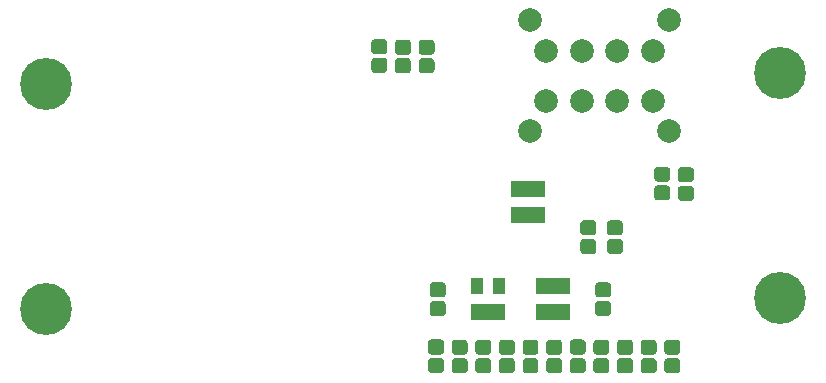
<source format=gts>
G04 #@! TF.GenerationSoftware,KiCad,Pcbnew,(5.0.0)*
G04 #@! TF.CreationDate,2019-03-27T19:33:42+01:00*
G04 #@! TF.ProjectId,currentscaler,63757272656E747363616C65722E6B69,rev?*
G04 #@! TF.SameCoordinates,Original*
G04 #@! TF.FileFunction,Soldermask,Top*
G04 #@! TF.FilePolarity,Negative*
%FSLAX46Y46*%
G04 Gerber Fmt 4.6, Leading zero omitted, Abs format (unit mm)*
G04 Created by KiCad (PCBNEW (5.0.0)) date 03/27/19 19:33:42*
%MOMM*%
%LPD*%
G01*
G04 APERTURE LIST*
%ADD10C,0.100000*%
%ADD11C,1.275000*%
%ADD12R,1.050000X1.460000*%
%ADD13C,2.000000*%
%ADD14C,4.400000*%
G04 APERTURE END LIST*
D10*
G04 #@! TO.C,C2*
G36*
X150237493Y-122989035D02*
X150268435Y-122993625D01*
X150298778Y-123001225D01*
X150328230Y-123011763D01*
X150356508Y-123025138D01*
X150383338Y-123041219D01*
X150408463Y-123059853D01*
X150431640Y-123080860D01*
X150452647Y-123104037D01*
X150471281Y-123129162D01*
X150487362Y-123155992D01*
X150500737Y-123184270D01*
X150511275Y-123213722D01*
X150518875Y-123244065D01*
X150523465Y-123275007D01*
X150525000Y-123306250D01*
X150525000Y-123943750D01*
X150523465Y-123974993D01*
X150518875Y-124005935D01*
X150511275Y-124036278D01*
X150500737Y-124065730D01*
X150487362Y-124094008D01*
X150471281Y-124120838D01*
X150452647Y-124145963D01*
X150431640Y-124169140D01*
X150408463Y-124190147D01*
X150383338Y-124208781D01*
X150356508Y-124224862D01*
X150328230Y-124238237D01*
X150298778Y-124248775D01*
X150268435Y-124256375D01*
X150237493Y-124260965D01*
X150206250Y-124262500D01*
X149493750Y-124262500D01*
X149462507Y-124260965D01*
X149431565Y-124256375D01*
X149401222Y-124248775D01*
X149371770Y-124238237D01*
X149343492Y-124224862D01*
X149316662Y-124208781D01*
X149291537Y-124190147D01*
X149268360Y-124169140D01*
X149247353Y-124145963D01*
X149228719Y-124120838D01*
X149212638Y-124094008D01*
X149199263Y-124065730D01*
X149188725Y-124036278D01*
X149181125Y-124005935D01*
X149176535Y-123974993D01*
X149175000Y-123943750D01*
X149175000Y-123306250D01*
X149176535Y-123275007D01*
X149181125Y-123244065D01*
X149188725Y-123213722D01*
X149199263Y-123184270D01*
X149212638Y-123155992D01*
X149228719Y-123129162D01*
X149247353Y-123104037D01*
X149268360Y-123080860D01*
X149291537Y-123059853D01*
X149316662Y-123041219D01*
X149343492Y-123025138D01*
X149371770Y-123011763D01*
X149401222Y-123001225D01*
X149431565Y-122993625D01*
X149462507Y-122989035D01*
X149493750Y-122987500D01*
X150206250Y-122987500D01*
X150237493Y-122989035D01*
X150237493Y-122989035D01*
G37*
D11*
X149850000Y-123625000D03*
D10*
G36*
X150237493Y-121414035D02*
X150268435Y-121418625D01*
X150298778Y-121426225D01*
X150328230Y-121436763D01*
X150356508Y-121450138D01*
X150383338Y-121466219D01*
X150408463Y-121484853D01*
X150431640Y-121505860D01*
X150452647Y-121529037D01*
X150471281Y-121554162D01*
X150487362Y-121580992D01*
X150500737Y-121609270D01*
X150511275Y-121638722D01*
X150518875Y-121669065D01*
X150523465Y-121700007D01*
X150525000Y-121731250D01*
X150525000Y-122368750D01*
X150523465Y-122399993D01*
X150518875Y-122430935D01*
X150511275Y-122461278D01*
X150500737Y-122490730D01*
X150487362Y-122519008D01*
X150471281Y-122545838D01*
X150452647Y-122570963D01*
X150431640Y-122594140D01*
X150408463Y-122615147D01*
X150383338Y-122633781D01*
X150356508Y-122649862D01*
X150328230Y-122663237D01*
X150298778Y-122673775D01*
X150268435Y-122681375D01*
X150237493Y-122685965D01*
X150206250Y-122687500D01*
X149493750Y-122687500D01*
X149462507Y-122685965D01*
X149431565Y-122681375D01*
X149401222Y-122673775D01*
X149371770Y-122663237D01*
X149343492Y-122649862D01*
X149316662Y-122633781D01*
X149291537Y-122615147D01*
X149268360Y-122594140D01*
X149247353Y-122570963D01*
X149228719Y-122545838D01*
X149212638Y-122519008D01*
X149199263Y-122490730D01*
X149188725Y-122461278D01*
X149181125Y-122430935D01*
X149176535Y-122399993D01*
X149175000Y-122368750D01*
X149175000Y-121731250D01*
X149176535Y-121700007D01*
X149181125Y-121669065D01*
X149188725Y-121638722D01*
X149199263Y-121609270D01*
X149212638Y-121580992D01*
X149228719Y-121554162D01*
X149247353Y-121529037D01*
X149268360Y-121505860D01*
X149291537Y-121484853D01*
X149316662Y-121466219D01*
X149343492Y-121450138D01*
X149371770Y-121436763D01*
X149401222Y-121426225D01*
X149431565Y-121418625D01*
X149462507Y-121414035D01*
X149493750Y-121412500D01*
X150206250Y-121412500D01*
X150237493Y-121414035D01*
X150237493Y-121414035D01*
G37*
D11*
X149850000Y-122050000D03*
G04 #@! TD*
D12*
G04 #@! TO.C,U1*
X141300000Y-119100000D03*
X142250000Y-119100000D03*
X143200000Y-119100000D03*
X143200000Y-116900000D03*
X141300000Y-116900000D03*
G04 #@! TD*
G04 #@! TO.C,U2*
X147750000Y-119100000D03*
X148700000Y-119100000D03*
X146800000Y-119100000D03*
X146800000Y-116900000D03*
X147750000Y-116900000D03*
X148700000Y-116900000D03*
G04 #@! TD*
G04 #@! TO.C,U3*
X144700000Y-110850000D03*
X145650000Y-110850000D03*
X146600000Y-110850000D03*
X146600000Y-108650000D03*
X144700000Y-108650000D03*
X145650000Y-108650000D03*
G04 #@! TD*
D13*
G04 #@! TO.C,DP3T1*
X156200000Y-101250000D03*
X153200000Y-101250000D03*
X150200000Y-101250000D03*
X147200000Y-101250000D03*
X156200000Y-96950000D03*
X150200000Y-96950000D03*
X147200000Y-96950000D03*
X153200000Y-96950000D03*
X145800000Y-94400000D03*
X157600000Y-94400000D03*
X157600000Y-103800000D03*
X145800000Y-103800000D03*
G04 #@! TD*
D10*
G04 #@! TO.C,R9*
G36*
X148237493Y-123001535D02*
X148268435Y-123006125D01*
X148298778Y-123013725D01*
X148328230Y-123024263D01*
X148356508Y-123037638D01*
X148383338Y-123053719D01*
X148408463Y-123072353D01*
X148431640Y-123093360D01*
X148452647Y-123116537D01*
X148471281Y-123141662D01*
X148487362Y-123168492D01*
X148500737Y-123196770D01*
X148511275Y-123226222D01*
X148518875Y-123256565D01*
X148523465Y-123287507D01*
X148525000Y-123318750D01*
X148525000Y-123956250D01*
X148523465Y-123987493D01*
X148518875Y-124018435D01*
X148511275Y-124048778D01*
X148500737Y-124078230D01*
X148487362Y-124106508D01*
X148471281Y-124133338D01*
X148452647Y-124158463D01*
X148431640Y-124181640D01*
X148408463Y-124202647D01*
X148383338Y-124221281D01*
X148356508Y-124237362D01*
X148328230Y-124250737D01*
X148298778Y-124261275D01*
X148268435Y-124268875D01*
X148237493Y-124273465D01*
X148206250Y-124275000D01*
X147493750Y-124275000D01*
X147462507Y-124273465D01*
X147431565Y-124268875D01*
X147401222Y-124261275D01*
X147371770Y-124250737D01*
X147343492Y-124237362D01*
X147316662Y-124221281D01*
X147291537Y-124202647D01*
X147268360Y-124181640D01*
X147247353Y-124158463D01*
X147228719Y-124133338D01*
X147212638Y-124106508D01*
X147199263Y-124078230D01*
X147188725Y-124048778D01*
X147181125Y-124018435D01*
X147176535Y-123987493D01*
X147175000Y-123956250D01*
X147175000Y-123318750D01*
X147176535Y-123287507D01*
X147181125Y-123256565D01*
X147188725Y-123226222D01*
X147199263Y-123196770D01*
X147212638Y-123168492D01*
X147228719Y-123141662D01*
X147247353Y-123116537D01*
X147268360Y-123093360D01*
X147291537Y-123072353D01*
X147316662Y-123053719D01*
X147343492Y-123037638D01*
X147371770Y-123024263D01*
X147401222Y-123013725D01*
X147431565Y-123006125D01*
X147462507Y-123001535D01*
X147493750Y-123000000D01*
X148206250Y-123000000D01*
X148237493Y-123001535D01*
X148237493Y-123001535D01*
G37*
D11*
X147850000Y-123637500D03*
D10*
G36*
X148237493Y-121426535D02*
X148268435Y-121431125D01*
X148298778Y-121438725D01*
X148328230Y-121449263D01*
X148356508Y-121462638D01*
X148383338Y-121478719D01*
X148408463Y-121497353D01*
X148431640Y-121518360D01*
X148452647Y-121541537D01*
X148471281Y-121566662D01*
X148487362Y-121593492D01*
X148500737Y-121621770D01*
X148511275Y-121651222D01*
X148518875Y-121681565D01*
X148523465Y-121712507D01*
X148525000Y-121743750D01*
X148525000Y-122381250D01*
X148523465Y-122412493D01*
X148518875Y-122443435D01*
X148511275Y-122473778D01*
X148500737Y-122503230D01*
X148487362Y-122531508D01*
X148471281Y-122558338D01*
X148452647Y-122583463D01*
X148431640Y-122606640D01*
X148408463Y-122627647D01*
X148383338Y-122646281D01*
X148356508Y-122662362D01*
X148328230Y-122675737D01*
X148298778Y-122686275D01*
X148268435Y-122693875D01*
X148237493Y-122698465D01*
X148206250Y-122700000D01*
X147493750Y-122700000D01*
X147462507Y-122698465D01*
X147431565Y-122693875D01*
X147401222Y-122686275D01*
X147371770Y-122675737D01*
X147343492Y-122662362D01*
X147316662Y-122646281D01*
X147291537Y-122627647D01*
X147268360Y-122606640D01*
X147247353Y-122583463D01*
X147228719Y-122558338D01*
X147212638Y-122531508D01*
X147199263Y-122503230D01*
X147188725Y-122473778D01*
X147181125Y-122443435D01*
X147176535Y-122412493D01*
X147175000Y-122381250D01*
X147175000Y-121743750D01*
X147176535Y-121712507D01*
X147181125Y-121681565D01*
X147188725Y-121651222D01*
X147199263Y-121621770D01*
X147212638Y-121593492D01*
X147228719Y-121566662D01*
X147247353Y-121541537D01*
X147268360Y-121518360D01*
X147291537Y-121497353D01*
X147316662Y-121478719D01*
X147343492Y-121462638D01*
X147371770Y-121449263D01*
X147401222Y-121438725D01*
X147431565Y-121431125D01*
X147462507Y-121426535D01*
X147493750Y-121425000D01*
X148206250Y-121425000D01*
X148237493Y-121426535D01*
X148237493Y-121426535D01*
G37*
D11*
X147850000Y-122062500D03*
G04 #@! TD*
D10*
G04 #@! TO.C,R6*
G36*
X144237493Y-123001535D02*
X144268435Y-123006125D01*
X144298778Y-123013725D01*
X144328230Y-123024263D01*
X144356508Y-123037638D01*
X144383338Y-123053719D01*
X144408463Y-123072353D01*
X144431640Y-123093360D01*
X144452647Y-123116537D01*
X144471281Y-123141662D01*
X144487362Y-123168492D01*
X144500737Y-123196770D01*
X144511275Y-123226222D01*
X144518875Y-123256565D01*
X144523465Y-123287507D01*
X144525000Y-123318750D01*
X144525000Y-123956250D01*
X144523465Y-123987493D01*
X144518875Y-124018435D01*
X144511275Y-124048778D01*
X144500737Y-124078230D01*
X144487362Y-124106508D01*
X144471281Y-124133338D01*
X144452647Y-124158463D01*
X144431640Y-124181640D01*
X144408463Y-124202647D01*
X144383338Y-124221281D01*
X144356508Y-124237362D01*
X144328230Y-124250737D01*
X144298778Y-124261275D01*
X144268435Y-124268875D01*
X144237493Y-124273465D01*
X144206250Y-124275000D01*
X143493750Y-124275000D01*
X143462507Y-124273465D01*
X143431565Y-124268875D01*
X143401222Y-124261275D01*
X143371770Y-124250737D01*
X143343492Y-124237362D01*
X143316662Y-124221281D01*
X143291537Y-124202647D01*
X143268360Y-124181640D01*
X143247353Y-124158463D01*
X143228719Y-124133338D01*
X143212638Y-124106508D01*
X143199263Y-124078230D01*
X143188725Y-124048778D01*
X143181125Y-124018435D01*
X143176535Y-123987493D01*
X143175000Y-123956250D01*
X143175000Y-123318750D01*
X143176535Y-123287507D01*
X143181125Y-123256565D01*
X143188725Y-123226222D01*
X143199263Y-123196770D01*
X143212638Y-123168492D01*
X143228719Y-123141662D01*
X143247353Y-123116537D01*
X143268360Y-123093360D01*
X143291537Y-123072353D01*
X143316662Y-123053719D01*
X143343492Y-123037638D01*
X143371770Y-123024263D01*
X143401222Y-123013725D01*
X143431565Y-123006125D01*
X143462507Y-123001535D01*
X143493750Y-123000000D01*
X144206250Y-123000000D01*
X144237493Y-123001535D01*
X144237493Y-123001535D01*
G37*
D11*
X143850000Y-123637500D03*
D10*
G36*
X144237493Y-121426535D02*
X144268435Y-121431125D01*
X144298778Y-121438725D01*
X144328230Y-121449263D01*
X144356508Y-121462638D01*
X144383338Y-121478719D01*
X144408463Y-121497353D01*
X144431640Y-121518360D01*
X144452647Y-121541537D01*
X144471281Y-121566662D01*
X144487362Y-121593492D01*
X144500737Y-121621770D01*
X144511275Y-121651222D01*
X144518875Y-121681565D01*
X144523465Y-121712507D01*
X144525000Y-121743750D01*
X144525000Y-122381250D01*
X144523465Y-122412493D01*
X144518875Y-122443435D01*
X144511275Y-122473778D01*
X144500737Y-122503230D01*
X144487362Y-122531508D01*
X144471281Y-122558338D01*
X144452647Y-122583463D01*
X144431640Y-122606640D01*
X144408463Y-122627647D01*
X144383338Y-122646281D01*
X144356508Y-122662362D01*
X144328230Y-122675737D01*
X144298778Y-122686275D01*
X144268435Y-122693875D01*
X144237493Y-122698465D01*
X144206250Y-122700000D01*
X143493750Y-122700000D01*
X143462507Y-122698465D01*
X143431565Y-122693875D01*
X143401222Y-122686275D01*
X143371770Y-122675737D01*
X143343492Y-122662362D01*
X143316662Y-122646281D01*
X143291537Y-122627647D01*
X143268360Y-122606640D01*
X143247353Y-122583463D01*
X143228719Y-122558338D01*
X143212638Y-122531508D01*
X143199263Y-122503230D01*
X143188725Y-122473778D01*
X143181125Y-122443435D01*
X143176535Y-122412493D01*
X143175000Y-122381250D01*
X143175000Y-121743750D01*
X143176535Y-121712507D01*
X143181125Y-121681565D01*
X143188725Y-121651222D01*
X143199263Y-121621770D01*
X143212638Y-121593492D01*
X143228719Y-121566662D01*
X143247353Y-121541537D01*
X143268360Y-121518360D01*
X143291537Y-121497353D01*
X143316662Y-121478719D01*
X143343492Y-121462638D01*
X143371770Y-121449263D01*
X143401222Y-121438725D01*
X143431565Y-121431125D01*
X143462507Y-121426535D01*
X143493750Y-121425000D01*
X144206250Y-121425000D01*
X144237493Y-121426535D01*
X144237493Y-121426535D01*
G37*
D11*
X143850000Y-122062500D03*
G04 #@! TD*
D14*
G04 #@! TO.C,TP3*
X167000000Y-98810000D03*
G04 #@! TD*
G04 #@! TO.C,TP4*
X167000000Y-117860000D03*
G04 #@! TD*
G04 #@! TO.C,TP1*
X104800000Y-99810000D03*
G04 #@! TD*
G04 #@! TO.C,TP2*
X104800000Y-118860000D03*
G04 #@! TD*
D10*
G04 #@! TO.C,R10*
G36*
X151137493Y-111326535D02*
X151168435Y-111331125D01*
X151198778Y-111338725D01*
X151228230Y-111349263D01*
X151256508Y-111362638D01*
X151283338Y-111378719D01*
X151308463Y-111397353D01*
X151331640Y-111418360D01*
X151352647Y-111441537D01*
X151371281Y-111466662D01*
X151387362Y-111493492D01*
X151400737Y-111521770D01*
X151411275Y-111551222D01*
X151418875Y-111581565D01*
X151423465Y-111612507D01*
X151425000Y-111643750D01*
X151425000Y-112281250D01*
X151423465Y-112312493D01*
X151418875Y-112343435D01*
X151411275Y-112373778D01*
X151400737Y-112403230D01*
X151387362Y-112431508D01*
X151371281Y-112458338D01*
X151352647Y-112483463D01*
X151331640Y-112506640D01*
X151308463Y-112527647D01*
X151283338Y-112546281D01*
X151256508Y-112562362D01*
X151228230Y-112575737D01*
X151198778Y-112586275D01*
X151168435Y-112593875D01*
X151137493Y-112598465D01*
X151106250Y-112600000D01*
X150393750Y-112600000D01*
X150362507Y-112598465D01*
X150331565Y-112593875D01*
X150301222Y-112586275D01*
X150271770Y-112575737D01*
X150243492Y-112562362D01*
X150216662Y-112546281D01*
X150191537Y-112527647D01*
X150168360Y-112506640D01*
X150147353Y-112483463D01*
X150128719Y-112458338D01*
X150112638Y-112431508D01*
X150099263Y-112403230D01*
X150088725Y-112373778D01*
X150081125Y-112343435D01*
X150076535Y-112312493D01*
X150075000Y-112281250D01*
X150075000Y-111643750D01*
X150076535Y-111612507D01*
X150081125Y-111581565D01*
X150088725Y-111551222D01*
X150099263Y-111521770D01*
X150112638Y-111493492D01*
X150128719Y-111466662D01*
X150147353Y-111441537D01*
X150168360Y-111418360D01*
X150191537Y-111397353D01*
X150216662Y-111378719D01*
X150243492Y-111362638D01*
X150271770Y-111349263D01*
X150301222Y-111338725D01*
X150331565Y-111331125D01*
X150362507Y-111326535D01*
X150393750Y-111325000D01*
X151106250Y-111325000D01*
X151137493Y-111326535D01*
X151137493Y-111326535D01*
G37*
D11*
X150750000Y-111962500D03*
D10*
G36*
X151137493Y-112901535D02*
X151168435Y-112906125D01*
X151198778Y-112913725D01*
X151228230Y-112924263D01*
X151256508Y-112937638D01*
X151283338Y-112953719D01*
X151308463Y-112972353D01*
X151331640Y-112993360D01*
X151352647Y-113016537D01*
X151371281Y-113041662D01*
X151387362Y-113068492D01*
X151400737Y-113096770D01*
X151411275Y-113126222D01*
X151418875Y-113156565D01*
X151423465Y-113187507D01*
X151425000Y-113218750D01*
X151425000Y-113856250D01*
X151423465Y-113887493D01*
X151418875Y-113918435D01*
X151411275Y-113948778D01*
X151400737Y-113978230D01*
X151387362Y-114006508D01*
X151371281Y-114033338D01*
X151352647Y-114058463D01*
X151331640Y-114081640D01*
X151308463Y-114102647D01*
X151283338Y-114121281D01*
X151256508Y-114137362D01*
X151228230Y-114150737D01*
X151198778Y-114161275D01*
X151168435Y-114168875D01*
X151137493Y-114173465D01*
X151106250Y-114175000D01*
X150393750Y-114175000D01*
X150362507Y-114173465D01*
X150331565Y-114168875D01*
X150301222Y-114161275D01*
X150271770Y-114150737D01*
X150243492Y-114137362D01*
X150216662Y-114121281D01*
X150191537Y-114102647D01*
X150168360Y-114081640D01*
X150147353Y-114058463D01*
X150128719Y-114033338D01*
X150112638Y-114006508D01*
X150099263Y-113978230D01*
X150088725Y-113948778D01*
X150081125Y-113918435D01*
X150076535Y-113887493D01*
X150075000Y-113856250D01*
X150075000Y-113218750D01*
X150076535Y-113187507D01*
X150081125Y-113156565D01*
X150088725Y-113126222D01*
X150099263Y-113096770D01*
X150112638Y-113068492D01*
X150128719Y-113041662D01*
X150147353Y-113016537D01*
X150168360Y-112993360D01*
X150191537Y-112972353D01*
X150216662Y-112953719D01*
X150243492Y-112937638D01*
X150271770Y-112924263D01*
X150301222Y-112913725D01*
X150331565Y-112906125D01*
X150362507Y-112901535D01*
X150393750Y-112900000D01*
X151106250Y-112900000D01*
X151137493Y-112901535D01*
X151137493Y-112901535D01*
G37*
D11*
X150750000Y-113537500D03*
G04 #@! TD*
D10*
G04 #@! TO.C,R4*
G36*
X135437493Y-97601535D02*
X135468435Y-97606125D01*
X135498778Y-97613725D01*
X135528230Y-97624263D01*
X135556508Y-97637638D01*
X135583338Y-97653719D01*
X135608463Y-97672353D01*
X135631640Y-97693360D01*
X135652647Y-97716537D01*
X135671281Y-97741662D01*
X135687362Y-97768492D01*
X135700737Y-97796770D01*
X135711275Y-97826222D01*
X135718875Y-97856565D01*
X135723465Y-97887507D01*
X135725000Y-97918750D01*
X135725000Y-98556250D01*
X135723465Y-98587493D01*
X135718875Y-98618435D01*
X135711275Y-98648778D01*
X135700737Y-98678230D01*
X135687362Y-98706508D01*
X135671281Y-98733338D01*
X135652647Y-98758463D01*
X135631640Y-98781640D01*
X135608463Y-98802647D01*
X135583338Y-98821281D01*
X135556508Y-98837362D01*
X135528230Y-98850737D01*
X135498778Y-98861275D01*
X135468435Y-98868875D01*
X135437493Y-98873465D01*
X135406250Y-98875000D01*
X134693750Y-98875000D01*
X134662507Y-98873465D01*
X134631565Y-98868875D01*
X134601222Y-98861275D01*
X134571770Y-98850737D01*
X134543492Y-98837362D01*
X134516662Y-98821281D01*
X134491537Y-98802647D01*
X134468360Y-98781640D01*
X134447353Y-98758463D01*
X134428719Y-98733338D01*
X134412638Y-98706508D01*
X134399263Y-98678230D01*
X134388725Y-98648778D01*
X134381125Y-98618435D01*
X134376535Y-98587493D01*
X134375000Y-98556250D01*
X134375000Y-97918750D01*
X134376535Y-97887507D01*
X134381125Y-97856565D01*
X134388725Y-97826222D01*
X134399263Y-97796770D01*
X134412638Y-97768492D01*
X134428719Y-97741662D01*
X134447353Y-97716537D01*
X134468360Y-97693360D01*
X134491537Y-97672353D01*
X134516662Y-97653719D01*
X134543492Y-97637638D01*
X134571770Y-97624263D01*
X134601222Y-97613725D01*
X134631565Y-97606125D01*
X134662507Y-97601535D01*
X134693750Y-97600000D01*
X135406250Y-97600000D01*
X135437493Y-97601535D01*
X135437493Y-97601535D01*
G37*
D11*
X135050000Y-98237500D03*
D10*
G36*
X135437493Y-96026535D02*
X135468435Y-96031125D01*
X135498778Y-96038725D01*
X135528230Y-96049263D01*
X135556508Y-96062638D01*
X135583338Y-96078719D01*
X135608463Y-96097353D01*
X135631640Y-96118360D01*
X135652647Y-96141537D01*
X135671281Y-96166662D01*
X135687362Y-96193492D01*
X135700737Y-96221770D01*
X135711275Y-96251222D01*
X135718875Y-96281565D01*
X135723465Y-96312507D01*
X135725000Y-96343750D01*
X135725000Y-96981250D01*
X135723465Y-97012493D01*
X135718875Y-97043435D01*
X135711275Y-97073778D01*
X135700737Y-97103230D01*
X135687362Y-97131508D01*
X135671281Y-97158338D01*
X135652647Y-97183463D01*
X135631640Y-97206640D01*
X135608463Y-97227647D01*
X135583338Y-97246281D01*
X135556508Y-97262362D01*
X135528230Y-97275737D01*
X135498778Y-97286275D01*
X135468435Y-97293875D01*
X135437493Y-97298465D01*
X135406250Y-97300000D01*
X134693750Y-97300000D01*
X134662507Y-97298465D01*
X134631565Y-97293875D01*
X134601222Y-97286275D01*
X134571770Y-97275737D01*
X134543492Y-97262362D01*
X134516662Y-97246281D01*
X134491537Y-97227647D01*
X134468360Y-97206640D01*
X134447353Y-97183463D01*
X134428719Y-97158338D01*
X134412638Y-97131508D01*
X134399263Y-97103230D01*
X134388725Y-97073778D01*
X134381125Y-97043435D01*
X134376535Y-97012493D01*
X134375000Y-96981250D01*
X134375000Y-96343750D01*
X134376535Y-96312507D01*
X134381125Y-96281565D01*
X134388725Y-96251222D01*
X134399263Y-96221770D01*
X134412638Y-96193492D01*
X134428719Y-96166662D01*
X134447353Y-96141537D01*
X134468360Y-96118360D01*
X134491537Y-96097353D01*
X134516662Y-96078719D01*
X134543492Y-96062638D01*
X134571770Y-96049263D01*
X134601222Y-96038725D01*
X134631565Y-96031125D01*
X134662507Y-96026535D01*
X134693750Y-96025000D01*
X135406250Y-96025000D01*
X135437493Y-96026535D01*
X135437493Y-96026535D01*
G37*
D11*
X135050000Y-96662500D03*
G04 #@! TD*
D10*
G04 #@! TO.C,R7*
G36*
X152237493Y-123001535D02*
X152268435Y-123006125D01*
X152298778Y-123013725D01*
X152328230Y-123024263D01*
X152356508Y-123037638D01*
X152383338Y-123053719D01*
X152408463Y-123072353D01*
X152431640Y-123093360D01*
X152452647Y-123116537D01*
X152471281Y-123141662D01*
X152487362Y-123168492D01*
X152500737Y-123196770D01*
X152511275Y-123226222D01*
X152518875Y-123256565D01*
X152523465Y-123287507D01*
X152525000Y-123318750D01*
X152525000Y-123956250D01*
X152523465Y-123987493D01*
X152518875Y-124018435D01*
X152511275Y-124048778D01*
X152500737Y-124078230D01*
X152487362Y-124106508D01*
X152471281Y-124133338D01*
X152452647Y-124158463D01*
X152431640Y-124181640D01*
X152408463Y-124202647D01*
X152383338Y-124221281D01*
X152356508Y-124237362D01*
X152328230Y-124250737D01*
X152298778Y-124261275D01*
X152268435Y-124268875D01*
X152237493Y-124273465D01*
X152206250Y-124275000D01*
X151493750Y-124275000D01*
X151462507Y-124273465D01*
X151431565Y-124268875D01*
X151401222Y-124261275D01*
X151371770Y-124250737D01*
X151343492Y-124237362D01*
X151316662Y-124221281D01*
X151291537Y-124202647D01*
X151268360Y-124181640D01*
X151247353Y-124158463D01*
X151228719Y-124133338D01*
X151212638Y-124106508D01*
X151199263Y-124078230D01*
X151188725Y-124048778D01*
X151181125Y-124018435D01*
X151176535Y-123987493D01*
X151175000Y-123956250D01*
X151175000Y-123318750D01*
X151176535Y-123287507D01*
X151181125Y-123256565D01*
X151188725Y-123226222D01*
X151199263Y-123196770D01*
X151212638Y-123168492D01*
X151228719Y-123141662D01*
X151247353Y-123116537D01*
X151268360Y-123093360D01*
X151291537Y-123072353D01*
X151316662Y-123053719D01*
X151343492Y-123037638D01*
X151371770Y-123024263D01*
X151401222Y-123013725D01*
X151431565Y-123006125D01*
X151462507Y-123001535D01*
X151493750Y-123000000D01*
X152206250Y-123000000D01*
X152237493Y-123001535D01*
X152237493Y-123001535D01*
G37*
D11*
X151850000Y-123637500D03*
D10*
G36*
X152237493Y-121426535D02*
X152268435Y-121431125D01*
X152298778Y-121438725D01*
X152328230Y-121449263D01*
X152356508Y-121462638D01*
X152383338Y-121478719D01*
X152408463Y-121497353D01*
X152431640Y-121518360D01*
X152452647Y-121541537D01*
X152471281Y-121566662D01*
X152487362Y-121593492D01*
X152500737Y-121621770D01*
X152511275Y-121651222D01*
X152518875Y-121681565D01*
X152523465Y-121712507D01*
X152525000Y-121743750D01*
X152525000Y-122381250D01*
X152523465Y-122412493D01*
X152518875Y-122443435D01*
X152511275Y-122473778D01*
X152500737Y-122503230D01*
X152487362Y-122531508D01*
X152471281Y-122558338D01*
X152452647Y-122583463D01*
X152431640Y-122606640D01*
X152408463Y-122627647D01*
X152383338Y-122646281D01*
X152356508Y-122662362D01*
X152328230Y-122675737D01*
X152298778Y-122686275D01*
X152268435Y-122693875D01*
X152237493Y-122698465D01*
X152206250Y-122700000D01*
X151493750Y-122700000D01*
X151462507Y-122698465D01*
X151431565Y-122693875D01*
X151401222Y-122686275D01*
X151371770Y-122675737D01*
X151343492Y-122662362D01*
X151316662Y-122646281D01*
X151291537Y-122627647D01*
X151268360Y-122606640D01*
X151247353Y-122583463D01*
X151228719Y-122558338D01*
X151212638Y-122531508D01*
X151199263Y-122503230D01*
X151188725Y-122473778D01*
X151181125Y-122443435D01*
X151176535Y-122412493D01*
X151175000Y-122381250D01*
X151175000Y-121743750D01*
X151176535Y-121712507D01*
X151181125Y-121681565D01*
X151188725Y-121651222D01*
X151199263Y-121621770D01*
X151212638Y-121593492D01*
X151228719Y-121566662D01*
X151247353Y-121541537D01*
X151268360Y-121518360D01*
X151291537Y-121497353D01*
X151316662Y-121478719D01*
X151343492Y-121462638D01*
X151371770Y-121449263D01*
X151401222Y-121438725D01*
X151431565Y-121431125D01*
X151462507Y-121426535D01*
X151493750Y-121425000D01*
X152206250Y-121425000D01*
X152237493Y-121426535D01*
X152237493Y-121426535D01*
G37*
D11*
X151850000Y-122062500D03*
G04 #@! TD*
D10*
G04 #@! TO.C,R8*
G36*
X146237493Y-121426535D02*
X146268435Y-121431125D01*
X146298778Y-121438725D01*
X146328230Y-121449263D01*
X146356508Y-121462638D01*
X146383338Y-121478719D01*
X146408463Y-121497353D01*
X146431640Y-121518360D01*
X146452647Y-121541537D01*
X146471281Y-121566662D01*
X146487362Y-121593492D01*
X146500737Y-121621770D01*
X146511275Y-121651222D01*
X146518875Y-121681565D01*
X146523465Y-121712507D01*
X146525000Y-121743750D01*
X146525000Y-122381250D01*
X146523465Y-122412493D01*
X146518875Y-122443435D01*
X146511275Y-122473778D01*
X146500737Y-122503230D01*
X146487362Y-122531508D01*
X146471281Y-122558338D01*
X146452647Y-122583463D01*
X146431640Y-122606640D01*
X146408463Y-122627647D01*
X146383338Y-122646281D01*
X146356508Y-122662362D01*
X146328230Y-122675737D01*
X146298778Y-122686275D01*
X146268435Y-122693875D01*
X146237493Y-122698465D01*
X146206250Y-122700000D01*
X145493750Y-122700000D01*
X145462507Y-122698465D01*
X145431565Y-122693875D01*
X145401222Y-122686275D01*
X145371770Y-122675737D01*
X145343492Y-122662362D01*
X145316662Y-122646281D01*
X145291537Y-122627647D01*
X145268360Y-122606640D01*
X145247353Y-122583463D01*
X145228719Y-122558338D01*
X145212638Y-122531508D01*
X145199263Y-122503230D01*
X145188725Y-122473778D01*
X145181125Y-122443435D01*
X145176535Y-122412493D01*
X145175000Y-122381250D01*
X145175000Y-121743750D01*
X145176535Y-121712507D01*
X145181125Y-121681565D01*
X145188725Y-121651222D01*
X145199263Y-121621770D01*
X145212638Y-121593492D01*
X145228719Y-121566662D01*
X145247353Y-121541537D01*
X145268360Y-121518360D01*
X145291537Y-121497353D01*
X145316662Y-121478719D01*
X145343492Y-121462638D01*
X145371770Y-121449263D01*
X145401222Y-121438725D01*
X145431565Y-121431125D01*
X145462507Y-121426535D01*
X145493750Y-121425000D01*
X146206250Y-121425000D01*
X146237493Y-121426535D01*
X146237493Y-121426535D01*
G37*
D11*
X145850000Y-122062500D03*
D10*
G36*
X146237493Y-123001535D02*
X146268435Y-123006125D01*
X146298778Y-123013725D01*
X146328230Y-123024263D01*
X146356508Y-123037638D01*
X146383338Y-123053719D01*
X146408463Y-123072353D01*
X146431640Y-123093360D01*
X146452647Y-123116537D01*
X146471281Y-123141662D01*
X146487362Y-123168492D01*
X146500737Y-123196770D01*
X146511275Y-123226222D01*
X146518875Y-123256565D01*
X146523465Y-123287507D01*
X146525000Y-123318750D01*
X146525000Y-123956250D01*
X146523465Y-123987493D01*
X146518875Y-124018435D01*
X146511275Y-124048778D01*
X146500737Y-124078230D01*
X146487362Y-124106508D01*
X146471281Y-124133338D01*
X146452647Y-124158463D01*
X146431640Y-124181640D01*
X146408463Y-124202647D01*
X146383338Y-124221281D01*
X146356508Y-124237362D01*
X146328230Y-124250737D01*
X146298778Y-124261275D01*
X146268435Y-124268875D01*
X146237493Y-124273465D01*
X146206250Y-124275000D01*
X145493750Y-124275000D01*
X145462507Y-124273465D01*
X145431565Y-124268875D01*
X145401222Y-124261275D01*
X145371770Y-124250737D01*
X145343492Y-124237362D01*
X145316662Y-124221281D01*
X145291537Y-124202647D01*
X145268360Y-124181640D01*
X145247353Y-124158463D01*
X145228719Y-124133338D01*
X145212638Y-124106508D01*
X145199263Y-124078230D01*
X145188725Y-124048778D01*
X145181125Y-124018435D01*
X145176535Y-123987493D01*
X145175000Y-123956250D01*
X145175000Y-123318750D01*
X145176535Y-123287507D01*
X145181125Y-123256565D01*
X145188725Y-123226222D01*
X145199263Y-123196770D01*
X145212638Y-123168492D01*
X145228719Y-123141662D01*
X145247353Y-123116537D01*
X145268360Y-123093360D01*
X145291537Y-123072353D01*
X145316662Y-123053719D01*
X145343492Y-123037638D01*
X145371770Y-123024263D01*
X145401222Y-123013725D01*
X145431565Y-123006125D01*
X145462507Y-123001535D01*
X145493750Y-123000000D01*
X146206250Y-123000000D01*
X146237493Y-123001535D01*
X146237493Y-123001535D01*
G37*
D11*
X145850000Y-123637500D03*
G04 #@! TD*
D10*
G04 #@! TO.C,R5*
G36*
X137437493Y-96026535D02*
X137468435Y-96031125D01*
X137498778Y-96038725D01*
X137528230Y-96049263D01*
X137556508Y-96062638D01*
X137583338Y-96078719D01*
X137608463Y-96097353D01*
X137631640Y-96118360D01*
X137652647Y-96141537D01*
X137671281Y-96166662D01*
X137687362Y-96193492D01*
X137700737Y-96221770D01*
X137711275Y-96251222D01*
X137718875Y-96281565D01*
X137723465Y-96312507D01*
X137725000Y-96343750D01*
X137725000Y-96981250D01*
X137723465Y-97012493D01*
X137718875Y-97043435D01*
X137711275Y-97073778D01*
X137700737Y-97103230D01*
X137687362Y-97131508D01*
X137671281Y-97158338D01*
X137652647Y-97183463D01*
X137631640Y-97206640D01*
X137608463Y-97227647D01*
X137583338Y-97246281D01*
X137556508Y-97262362D01*
X137528230Y-97275737D01*
X137498778Y-97286275D01*
X137468435Y-97293875D01*
X137437493Y-97298465D01*
X137406250Y-97300000D01*
X136693750Y-97300000D01*
X136662507Y-97298465D01*
X136631565Y-97293875D01*
X136601222Y-97286275D01*
X136571770Y-97275737D01*
X136543492Y-97262362D01*
X136516662Y-97246281D01*
X136491537Y-97227647D01*
X136468360Y-97206640D01*
X136447353Y-97183463D01*
X136428719Y-97158338D01*
X136412638Y-97131508D01*
X136399263Y-97103230D01*
X136388725Y-97073778D01*
X136381125Y-97043435D01*
X136376535Y-97012493D01*
X136375000Y-96981250D01*
X136375000Y-96343750D01*
X136376535Y-96312507D01*
X136381125Y-96281565D01*
X136388725Y-96251222D01*
X136399263Y-96221770D01*
X136412638Y-96193492D01*
X136428719Y-96166662D01*
X136447353Y-96141537D01*
X136468360Y-96118360D01*
X136491537Y-96097353D01*
X136516662Y-96078719D01*
X136543492Y-96062638D01*
X136571770Y-96049263D01*
X136601222Y-96038725D01*
X136631565Y-96031125D01*
X136662507Y-96026535D01*
X136693750Y-96025000D01*
X137406250Y-96025000D01*
X137437493Y-96026535D01*
X137437493Y-96026535D01*
G37*
D11*
X137050000Y-96662500D03*
D10*
G36*
X137437493Y-97601535D02*
X137468435Y-97606125D01*
X137498778Y-97613725D01*
X137528230Y-97624263D01*
X137556508Y-97637638D01*
X137583338Y-97653719D01*
X137608463Y-97672353D01*
X137631640Y-97693360D01*
X137652647Y-97716537D01*
X137671281Y-97741662D01*
X137687362Y-97768492D01*
X137700737Y-97796770D01*
X137711275Y-97826222D01*
X137718875Y-97856565D01*
X137723465Y-97887507D01*
X137725000Y-97918750D01*
X137725000Y-98556250D01*
X137723465Y-98587493D01*
X137718875Y-98618435D01*
X137711275Y-98648778D01*
X137700737Y-98678230D01*
X137687362Y-98706508D01*
X137671281Y-98733338D01*
X137652647Y-98758463D01*
X137631640Y-98781640D01*
X137608463Y-98802647D01*
X137583338Y-98821281D01*
X137556508Y-98837362D01*
X137528230Y-98850737D01*
X137498778Y-98861275D01*
X137468435Y-98868875D01*
X137437493Y-98873465D01*
X137406250Y-98875000D01*
X136693750Y-98875000D01*
X136662507Y-98873465D01*
X136631565Y-98868875D01*
X136601222Y-98861275D01*
X136571770Y-98850737D01*
X136543492Y-98837362D01*
X136516662Y-98821281D01*
X136491537Y-98802647D01*
X136468360Y-98781640D01*
X136447353Y-98758463D01*
X136428719Y-98733338D01*
X136412638Y-98706508D01*
X136399263Y-98678230D01*
X136388725Y-98648778D01*
X136381125Y-98618435D01*
X136376535Y-98587493D01*
X136375000Y-98556250D01*
X136375000Y-97918750D01*
X136376535Y-97887507D01*
X136381125Y-97856565D01*
X136388725Y-97826222D01*
X136399263Y-97796770D01*
X136412638Y-97768492D01*
X136428719Y-97741662D01*
X136447353Y-97716537D01*
X136468360Y-97693360D01*
X136491537Y-97672353D01*
X136516662Y-97653719D01*
X136543492Y-97637638D01*
X136571770Y-97624263D01*
X136601222Y-97613725D01*
X136631565Y-97606125D01*
X136662507Y-97601535D01*
X136693750Y-97600000D01*
X137406250Y-97600000D01*
X137437493Y-97601535D01*
X137437493Y-97601535D01*
G37*
D11*
X137050000Y-98237500D03*
G04 #@! TD*
D10*
G04 #@! TO.C,R14*
G36*
X157387493Y-108364035D02*
X157418435Y-108368625D01*
X157448778Y-108376225D01*
X157478230Y-108386763D01*
X157506508Y-108400138D01*
X157533338Y-108416219D01*
X157558463Y-108434853D01*
X157581640Y-108455860D01*
X157602647Y-108479037D01*
X157621281Y-108504162D01*
X157637362Y-108530992D01*
X157650737Y-108559270D01*
X157661275Y-108588722D01*
X157668875Y-108619065D01*
X157673465Y-108650007D01*
X157675000Y-108681250D01*
X157675000Y-109318750D01*
X157673465Y-109349993D01*
X157668875Y-109380935D01*
X157661275Y-109411278D01*
X157650737Y-109440730D01*
X157637362Y-109469008D01*
X157621281Y-109495838D01*
X157602647Y-109520963D01*
X157581640Y-109544140D01*
X157558463Y-109565147D01*
X157533338Y-109583781D01*
X157506508Y-109599862D01*
X157478230Y-109613237D01*
X157448778Y-109623775D01*
X157418435Y-109631375D01*
X157387493Y-109635965D01*
X157356250Y-109637500D01*
X156643750Y-109637500D01*
X156612507Y-109635965D01*
X156581565Y-109631375D01*
X156551222Y-109623775D01*
X156521770Y-109613237D01*
X156493492Y-109599862D01*
X156466662Y-109583781D01*
X156441537Y-109565147D01*
X156418360Y-109544140D01*
X156397353Y-109520963D01*
X156378719Y-109495838D01*
X156362638Y-109469008D01*
X156349263Y-109440730D01*
X156338725Y-109411278D01*
X156331125Y-109380935D01*
X156326535Y-109349993D01*
X156325000Y-109318750D01*
X156325000Y-108681250D01*
X156326535Y-108650007D01*
X156331125Y-108619065D01*
X156338725Y-108588722D01*
X156349263Y-108559270D01*
X156362638Y-108530992D01*
X156378719Y-108504162D01*
X156397353Y-108479037D01*
X156418360Y-108455860D01*
X156441537Y-108434853D01*
X156466662Y-108416219D01*
X156493492Y-108400138D01*
X156521770Y-108386763D01*
X156551222Y-108376225D01*
X156581565Y-108368625D01*
X156612507Y-108364035D01*
X156643750Y-108362500D01*
X157356250Y-108362500D01*
X157387493Y-108364035D01*
X157387493Y-108364035D01*
G37*
D11*
X157000000Y-109000000D03*
D10*
G36*
X157387493Y-106789035D02*
X157418435Y-106793625D01*
X157448778Y-106801225D01*
X157478230Y-106811763D01*
X157506508Y-106825138D01*
X157533338Y-106841219D01*
X157558463Y-106859853D01*
X157581640Y-106880860D01*
X157602647Y-106904037D01*
X157621281Y-106929162D01*
X157637362Y-106955992D01*
X157650737Y-106984270D01*
X157661275Y-107013722D01*
X157668875Y-107044065D01*
X157673465Y-107075007D01*
X157675000Y-107106250D01*
X157675000Y-107743750D01*
X157673465Y-107774993D01*
X157668875Y-107805935D01*
X157661275Y-107836278D01*
X157650737Y-107865730D01*
X157637362Y-107894008D01*
X157621281Y-107920838D01*
X157602647Y-107945963D01*
X157581640Y-107969140D01*
X157558463Y-107990147D01*
X157533338Y-108008781D01*
X157506508Y-108024862D01*
X157478230Y-108038237D01*
X157448778Y-108048775D01*
X157418435Y-108056375D01*
X157387493Y-108060965D01*
X157356250Y-108062500D01*
X156643750Y-108062500D01*
X156612507Y-108060965D01*
X156581565Y-108056375D01*
X156551222Y-108048775D01*
X156521770Y-108038237D01*
X156493492Y-108024862D01*
X156466662Y-108008781D01*
X156441537Y-107990147D01*
X156418360Y-107969140D01*
X156397353Y-107945963D01*
X156378719Y-107920838D01*
X156362638Y-107894008D01*
X156349263Y-107865730D01*
X156338725Y-107836278D01*
X156331125Y-107805935D01*
X156326535Y-107774993D01*
X156325000Y-107743750D01*
X156325000Y-107106250D01*
X156326535Y-107075007D01*
X156331125Y-107044065D01*
X156338725Y-107013722D01*
X156349263Y-106984270D01*
X156362638Y-106955992D01*
X156378719Y-106929162D01*
X156397353Y-106904037D01*
X156418360Y-106880860D01*
X156441537Y-106859853D01*
X156466662Y-106841219D01*
X156493492Y-106825138D01*
X156521770Y-106811763D01*
X156551222Y-106801225D01*
X156581565Y-106793625D01*
X156612507Y-106789035D01*
X156643750Y-106787500D01*
X157356250Y-106787500D01*
X157387493Y-106789035D01*
X157387493Y-106789035D01*
G37*
D11*
X157000000Y-107425000D03*
G04 #@! TD*
D10*
G04 #@! TO.C,R13*
G36*
X154237493Y-123001535D02*
X154268435Y-123006125D01*
X154298778Y-123013725D01*
X154328230Y-123024263D01*
X154356508Y-123037638D01*
X154383338Y-123053719D01*
X154408463Y-123072353D01*
X154431640Y-123093360D01*
X154452647Y-123116537D01*
X154471281Y-123141662D01*
X154487362Y-123168492D01*
X154500737Y-123196770D01*
X154511275Y-123226222D01*
X154518875Y-123256565D01*
X154523465Y-123287507D01*
X154525000Y-123318750D01*
X154525000Y-123956250D01*
X154523465Y-123987493D01*
X154518875Y-124018435D01*
X154511275Y-124048778D01*
X154500737Y-124078230D01*
X154487362Y-124106508D01*
X154471281Y-124133338D01*
X154452647Y-124158463D01*
X154431640Y-124181640D01*
X154408463Y-124202647D01*
X154383338Y-124221281D01*
X154356508Y-124237362D01*
X154328230Y-124250737D01*
X154298778Y-124261275D01*
X154268435Y-124268875D01*
X154237493Y-124273465D01*
X154206250Y-124275000D01*
X153493750Y-124275000D01*
X153462507Y-124273465D01*
X153431565Y-124268875D01*
X153401222Y-124261275D01*
X153371770Y-124250737D01*
X153343492Y-124237362D01*
X153316662Y-124221281D01*
X153291537Y-124202647D01*
X153268360Y-124181640D01*
X153247353Y-124158463D01*
X153228719Y-124133338D01*
X153212638Y-124106508D01*
X153199263Y-124078230D01*
X153188725Y-124048778D01*
X153181125Y-124018435D01*
X153176535Y-123987493D01*
X153175000Y-123956250D01*
X153175000Y-123318750D01*
X153176535Y-123287507D01*
X153181125Y-123256565D01*
X153188725Y-123226222D01*
X153199263Y-123196770D01*
X153212638Y-123168492D01*
X153228719Y-123141662D01*
X153247353Y-123116537D01*
X153268360Y-123093360D01*
X153291537Y-123072353D01*
X153316662Y-123053719D01*
X153343492Y-123037638D01*
X153371770Y-123024263D01*
X153401222Y-123013725D01*
X153431565Y-123006125D01*
X153462507Y-123001535D01*
X153493750Y-123000000D01*
X154206250Y-123000000D01*
X154237493Y-123001535D01*
X154237493Y-123001535D01*
G37*
D11*
X153850000Y-123637500D03*
D10*
G36*
X154237493Y-121426535D02*
X154268435Y-121431125D01*
X154298778Y-121438725D01*
X154328230Y-121449263D01*
X154356508Y-121462638D01*
X154383338Y-121478719D01*
X154408463Y-121497353D01*
X154431640Y-121518360D01*
X154452647Y-121541537D01*
X154471281Y-121566662D01*
X154487362Y-121593492D01*
X154500737Y-121621770D01*
X154511275Y-121651222D01*
X154518875Y-121681565D01*
X154523465Y-121712507D01*
X154525000Y-121743750D01*
X154525000Y-122381250D01*
X154523465Y-122412493D01*
X154518875Y-122443435D01*
X154511275Y-122473778D01*
X154500737Y-122503230D01*
X154487362Y-122531508D01*
X154471281Y-122558338D01*
X154452647Y-122583463D01*
X154431640Y-122606640D01*
X154408463Y-122627647D01*
X154383338Y-122646281D01*
X154356508Y-122662362D01*
X154328230Y-122675737D01*
X154298778Y-122686275D01*
X154268435Y-122693875D01*
X154237493Y-122698465D01*
X154206250Y-122700000D01*
X153493750Y-122700000D01*
X153462507Y-122698465D01*
X153431565Y-122693875D01*
X153401222Y-122686275D01*
X153371770Y-122675737D01*
X153343492Y-122662362D01*
X153316662Y-122646281D01*
X153291537Y-122627647D01*
X153268360Y-122606640D01*
X153247353Y-122583463D01*
X153228719Y-122558338D01*
X153212638Y-122531508D01*
X153199263Y-122503230D01*
X153188725Y-122473778D01*
X153181125Y-122443435D01*
X153176535Y-122412493D01*
X153175000Y-122381250D01*
X153175000Y-121743750D01*
X153176535Y-121712507D01*
X153181125Y-121681565D01*
X153188725Y-121651222D01*
X153199263Y-121621770D01*
X153212638Y-121593492D01*
X153228719Y-121566662D01*
X153247353Y-121541537D01*
X153268360Y-121518360D01*
X153291537Y-121497353D01*
X153316662Y-121478719D01*
X153343492Y-121462638D01*
X153371770Y-121449263D01*
X153401222Y-121438725D01*
X153431565Y-121431125D01*
X153462507Y-121426535D01*
X153493750Y-121425000D01*
X154206250Y-121425000D01*
X154237493Y-121426535D01*
X154237493Y-121426535D01*
G37*
D11*
X153850000Y-122062500D03*
G04 #@! TD*
D10*
G04 #@! TO.C,R3*
G36*
X142237493Y-123001535D02*
X142268435Y-123006125D01*
X142298778Y-123013725D01*
X142328230Y-123024263D01*
X142356508Y-123037638D01*
X142383338Y-123053719D01*
X142408463Y-123072353D01*
X142431640Y-123093360D01*
X142452647Y-123116537D01*
X142471281Y-123141662D01*
X142487362Y-123168492D01*
X142500737Y-123196770D01*
X142511275Y-123226222D01*
X142518875Y-123256565D01*
X142523465Y-123287507D01*
X142525000Y-123318750D01*
X142525000Y-123956250D01*
X142523465Y-123987493D01*
X142518875Y-124018435D01*
X142511275Y-124048778D01*
X142500737Y-124078230D01*
X142487362Y-124106508D01*
X142471281Y-124133338D01*
X142452647Y-124158463D01*
X142431640Y-124181640D01*
X142408463Y-124202647D01*
X142383338Y-124221281D01*
X142356508Y-124237362D01*
X142328230Y-124250737D01*
X142298778Y-124261275D01*
X142268435Y-124268875D01*
X142237493Y-124273465D01*
X142206250Y-124275000D01*
X141493750Y-124275000D01*
X141462507Y-124273465D01*
X141431565Y-124268875D01*
X141401222Y-124261275D01*
X141371770Y-124250737D01*
X141343492Y-124237362D01*
X141316662Y-124221281D01*
X141291537Y-124202647D01*
X141268360Y-124181640D01*
X141247353Y-124158463D01*
X141228719Y-124133338D01*
X141212638Y-124106508D01*
X141199263Y-124078230D01*
X141188725Y-124048778D01*
X141181125Y-124018435D01*
X141176535Y-123987493D01*
X141175000Y-123956250D01*
X141175000Y-123318750D01*
X141176535Y-123287507D01*
X141181125Y-123256565D01*
X141188725Y-123226222D01*
X141199263Y-123196770D01*
X141212638Y-123168492D01*
X141228719Y-123141662D01*
X141247353Y-123116537D01*
X141268360Y-123093360D01*
X141291537Y-123072353D01*
X141316662Y-123053719D01*
X141343492Y-123037638D01*
X141371770Y-123024263D01*
X141401222Y-123013725D01*
X141431565Y-123006125D01*
X141462507Y-123001535D01*
X141493750Y-123000000D01*
X142206250Y-123000000D01*
X142237493Y-123001535D01*
X142237493Y-123001535D01*
G37*
D11*
X141850000Y-123637500D03*
D10*
G36*
X142237493Y-121426535D02*
X142268435Y-121431125D01*
X142298778Y-121438725D01*
X142328230Y-121449263D01*
X142356508Y-121462638D01*
X142383338Y-121478719D01*
X142408463Y-121497353D01*
X142431640Y-121518360D01*
X142452647Y-121541537D01*
X142471281Y-121566662D01*
X142487362Y-121593492D01*
X142500737Y-121621770D01*
X142511275Y-121651222D01*
X142518875Y-121681565D01*
X142523465Y-121712507D01*
X142525000Y-121743750D01*
X142525000Y-122381250D01*
X142523465Y-122412493D01*
X142518875Y-122443435D01*
X142511275Y-122473778D01*
X142500737Y-122503230D01*
X142487362Y-122531508D01*
X142471281Y-122558338D01*
X142452647Y-122583463D01*
X142431640Y-122606640D01*
X142408463Y-122627647D01*
X142383338Y-122646281D01*
X142356508Y-122662362D01*
X142328230Y-122675737D01*
X142298778Y-122686275D01*
X142268435Y-122693875D01*
X142237493Y-122698465D01*
X142206250Y-122700000D01*
X141493750Y-122700000D01*
X141462507Y-122698465D01*
X141431565Y-122693875D01*
X141401222Y-122686275D01*
X141371770Y-122675737D01*
X141343492Y-122662362D01*
X141316662Y-122646281D01*
X141291537Y-122627647D01*
X141268360Y-122606640D01*
X141247353Y-122583463D01*
X141228719Y-122558338D01*
X141212638Y-122531508D01*
X141199263Y-122503230D01*
X141188725Y-122473778D01*
X141181125Y-122443435D01*
X141176535Y-122412493D01*
X141175000Y-122381250D01*
X141175000Y-121743750D01*
X141176535Y-121712507D01*
X141181125Y-121681565D01*
X141188725Y-121651222D01*
X141199263Y-121621770D01*
X141212638Y-121593492D01*
X141228719Y-121566662D01*
X141247353Y-121541537D01*
X141268360Y-121518360D01*
X141291537Y-121497353D01*
X141316662Y-121478719D01*
X141343492Y-121462638D01*
X141371770Y-121449263D01*
X141401222Y-121438725D01*
X141431565Y-121431125D01*
X141462507Y-121426535D01*
X141493750Y-121425000D01*
X142206250Y-121425000D01*
X142237493Y-121426535D01*
X142237493Y-121426535D01*
G37*
D11*
X141850000Y-122062500D03*
G04 #@! TD*
D10*
G04 #@! TO.C,R2*
G36*
X140237493Y-123001535D02*
X140268435Y-123006125D01*
X140298778Y-123013725D01*
X140328230Y-123024263D01*
X140356508Y-123037638D01*
X140383338Y-123053719D01*
X140408463Y-123072353D01*
X140431640Y-123093360D01*
X140452647Y-123116537D01*
X140471281Y-123141662D01*
X140487362Y-123168492D01*
X140500737Y-123196770D01*
X140511275Y-123226222D01*
X140518875Y-123256565D01*
X140523465Y-123287507D01*
X140525000Y-123318750D01*
X140525000Y-123956250D01*
X140523465Y-123987493D01*
X140518875Y-124018435D01*
X140511275Y-124048778D01*
X140500737Y-124078230D01*
X140487362Y-124106508D01*
X140471281Y-124133338D01*
X140452647Y-124158463D01*
X140431640Y-124181640D01*
X140408463Y-124202647D01*
X140383338Y-124221281D01*
X140356508Y-124237362D01*
X140328230Y-124250737D01*
X140298778Y-124261275D01*
X140268435Y-124268875D01*
X140237493Y-124273465D01*
X140206250Y-124275000D01*
X139493750Y-124275000D01*
X139462507Y-124273465D01*
X139431565Y-124268875D01*
X139401222Y-124261275D01*
X139371770Y-124250737D01*
X139343492Y-124237362D01*
X139316662Y-124221281D01*
X139291537Y-124202647D01*
X139268360Y-124181640D01*
X139247353Y-124158463D01*
X139228719Y-124133338D01*
X139212638Y-124106508D01*
X139199263Y-124078230D01*
X139188725Y-124048778D01*
X139181125Y-124018435D01*
X139176535Y-123987493D01*
X139175000Y-123956250D01*
X139175000Y-123318750D01*
X139176535Y-123287507D01*
X139181125Y-123256565D01*
X139188725Y-123226222D01*
X139199263Y-123196770D01*
X139212638Y-123168492D01*
X139228719Y-123141662D01*
X139247353Y-123116537D01*
X139268360Y-123093360D01*
X139291537Y-123072353D01*
X139316662Y-123053719D01*
X139343492Y-123037638D01*
X139371770Y-123024263D01*
X139401222Y-123013725D01*
X139431565Y-123006125D01*
X139462507Y-123001535D01*
X139493750Y-123000000D01*
X140206250Y-123000000D01*
X140237493Y-123001535D01*
X140237493Y-123001535D01*
G37*
D11*
X139850000Y-123637500D03*
D10*
G36*
X140237493Y-121426535D02*
X140268435Y-121431125D01*
X140298778Y-121438725D01*
X140328230Y-121449263D01*
X140356508Y-121462638D01*
X140383338Y-121478719D01*
X140408463Y-121497353D01*
X140431640Y-121518360D01*
X140452647Y-121541537D01*
X140471281Y-121566662D01*
X140487362Y-121593492D01*
X140500737Y-121621770D01*
X140511275Y-121651222D01*
X140518875Y-121681565D01*
X140523465Y-121712507D01*
X140525000Y-121743750D01*
X140525000Y-122381250D01*
X140523465Y-122412493D01*
X140518875Y-122443435D01*
X140511275Y-122473778D01*
X140500737Y-122503230D01*
X140487362Y-122531508D01*
X140471281Y-122558338D01*
X140452647Y-122583463D01*
X140431640Y-122606640D01*
X140408463Y-122627647D01*
X140383338Y-122646281D01*
X140356508Y-122662362D01*
X140328230Y-122675737D01*
X140298778Y-122686275D01*
X140268435Y-122693875D01*
X140237493Y-122698465D01*
X140206250Y-122700000D01*
X139493750Y-122700000D01*
X139462507Y-122698465D01*
X139431565Y-122693875D01*
X139401222Y-122686275D01*
X139371770Y-122675737D01*
X139343492Y-122662362D01*
X139316662Y-122646281D01*
X139291537Y-122627647D01*
X139268360Y-122606640D01*
X139247353Y-122583463D01*
X139228719Y-122558338D01*
X139212638Y-122531508D01*
X139199263Y-122503230D01*
X139188725Y-122473778D01*
X139181125Y-122443435D01*
X139176535Y-122412493D01*
X139175000Y-122381250D01*
X139175000Y-121743750D01*
X139176535Y-121712507D01*
X139181125Y-121681565D01*
X139188725Y-121651222D01*
X139199263Y-121621770D01*
X139212638Y-121593492D01*
X139228719Y-121566662D01*
X139247353Y-121541537D01*
X139268360Y-121518360D01*
X139291537Y-121497353D01*
X139316662Y-121478719D01*
X139343492Y-121462638D01*
X139371770Y-121449263D01*
X139401222Y-121438725D01*
X139431565Y-121431125D01*
X139462507Y-121426535D01*
X139493750Y-121425000D01*
X140206250Y-121425000D01*
X140237493Y-121426535D01*
X140237493Y-121426535D01*
G37*
D11*
X139850000Y-122062500D03*
G04 #@! TD*
D10*
G04 #@! TO.C,R1*
G36*
X133437493Y-95986535D02*
X133468435Y-95991125D01*
X133498778Y-95998725D01*
X133528230Y-96009263D01*
X133556508Y-96022638D01*
X133583338Y-96038719D01*
X133608463Y-96057353D01*
X133631640Y-96078360D01*
X133652647Y-96101537D01*
X133671281Y-96126662D01*
X133687362Y-96153492D01*
X133700737Y-96181770D01*
X133711275Y-96211222D01*
X133718875Y-96241565D01*
X133723465Y-96272507D01*
X133725000Y-96303750D01*
X133725000Y-96941250D01*
X133723465Y-96972493D01*
X133718875Y-97003435D01*
X133711275Y-97033778D01*
X133700737Y-97063230D01*
X133687362Y-97091508D01*
X133671281Y-97118338D01*
X133652647Y-97143463D01*
X133631640Y-97166640D01*
X133608463Y-97187647D01*
X133583338Y-97206281D01*
X133556508Y-97222362D01*
X133528230Y-97235737D01*
X133498778Y-97246275D01*
X133468435Y-97253875D01*
X133437493Y-97258465D01*
X133406250Y-97260000D01*
X132693750Y-97260000D01*
X132662507Y-97258465D01*
X132631565Y-97253875D01*
X132601222Y-97246275D01*
X132571770Y-97235737D01*
X132543492Y-97222362D01*
X132516662Y-97206281D01*
X132491537Y-97187647D01*
X132468360Y-97166640D01*
X132447353Y-97143463D01*
X132428719Y-97118338D01*
X132412638Y-97091508D01*
X132399263Y-97063230D01*
X132388725Y-97033778D01*
X132381125Y-97003435D01*
X132376535Y-96972493D01*
X132375000Y-96941250D01*
X132375000Y-96303750D01*
X132376535Y-96272507D01*
X132381125Y-96241565D01*
X132388725Y-96211222D01*
X132399263Y-96181770D01*
X132412638Y-96153492D01*
X132428719Y-96126662D01*
X132447353Y-96101537D01*
X132468360Y-96078360D01*
X132491537Y-96057353D01*
X132516662Y-96038719D01*
X132543492Y-96022638D01*
X132571770Y-96009263D01*
X132601222Y-95998725D01*
X132631565Y-95991125D01*
X132662507Y-95986535D01*
X132693750Y-95985000D01*
X133406250Y-95985000D01*
X133437493Y-95986535D01*
X133437493Y-95986535D01*
G37*
D11*
X133050000Y-96622500D03*
D10*
G36*
X133437493Y-97561535D02*
X133468435Y-97566125D01*
X133498778Y-97573725D01*
X133528230Y-97584263D01*
X133556508Y-97597638D01*
X133583338Y-97613719D01*
X133608463Y-97632353D01*
X133631640Y-97653360D01*
X133652647Y-97676537D01*
X133671281Y-97701662D01*
X133687362Y-97728492D01*
X133700737Y-97756770D01*
X133711275Y-97786222D01*
X133718875Y-97816565D01*
X133723465Y-97847507D01*
X133725000Y-97878750D01*
X133725000Y-98516250D01*
X133723465Y-98547493D01*
X133718875Y-98578435D01*
X133711275Y-98608778D01*
X133700737Y-98638230D01*
X133687362Y-98666508D01*
X133671281Y-98693338D01*
X133652647Y-98718463D01*
X133631640Y-98741640D01*
X133608463Y-98762647D01*
X133583338Y-98781281D01*
X133556508Y-98797362D01*
X133528230Y-98810737D01*
X133498778Y-98821275D01*
X133468435Y-98828875D01*
X133437493Y-98833465D01*
X133406250Y-98835000D01*
X132693750Y-98835000D01*
X132662507Y-98833465D01*
X132631565Y-98828875D01*
X132601222Y-98821275D01*
X132571770Y-98810737D01*
X132543492Y-98797362D01*
X132516662Y-98781281D01*
X132491537Y-98762647D01*
X132468360Y-98741640D01*
X132447353Y-98718463D01*
X132428719Y-98693338D01*
X132412638Y-98666508D01*
X132399263Y-98638230D01*
X132388725Y-98608778D01*
X132381125Y-98578435D01*
X132376535Y-98547493D01*
X132375000Y-98516250D01*
X132375000Y-97878750D01*
X132376535Y-97847507D01*
X132381125Y-97816565D01*
X132388725Y-97786222D01*
X132399263Y-97756770D01*
X132412638Y-97728492D01*
X132428719Y-97701662D01*
X132447353Y-97676537D01*
X132468360Y-97653360D01*
X132491537Y-97632353D01*
X132516662Y-97613719D01*
X132543492Y-97597638D01*
X132571770Y-97584263D01*
X132601222Y-97573725D01*
X132631565Y-97566125D01*
X132662507Y-97561535D01*
X132693750Y-97560000D01*
X133406250Y-97560000D01*
X133437493Y-97561535D01*
X133437493Y-97561535D01*
G37*
D11*
X133050000Y-98197500D03*
G04 #@! TD*
D10*
G04 #@! TO.C,R12*
G36*
X153387493Y-112901535D02*
X153418435Y-112906125D01*
X153448778Y-112913725D01*
X153478230Y-112924263D01*
X153506508Y-112937638D01*
X153533338Y-112953719D01*
X153558463Y-112972353D01*
X153581640Y-112993360D01*
X153602647Y-113016537D01*
X153621281Y-113041662D01*
X153637362Y-113068492D01*
X153650737Y-113096770D01*
X153661275Y-113126222D01*
X153668875Y-113156565D01*
X153673465Y-113187507D01*
X153675000Y-113218750D01*
X153675000Y-113856250D01*
X153673465Y-113887493D01*
X153668875Y-113918435D01*
X153661275Y-113948778D01*
X153650737Y-113978230D01*
X153637362Y-114006508D01*
X153621281Y-114033338D01*
X153602647Y-114058463D01*
X153581640Y-114081640D01*
X153558463Y-114102647D01*
X153533338Y-114121281D01*
X153506508Y-114137362D01*
X153478230Y-114150737D01*
X153448778Y-114161275D01*
X153418435Y-114168875D01*
X153387493Y-114173465D01*
X153356250Y-114175000D01*
X152643750Y-114175000D01*
X152612507Y-114173465D01*
X152581565Y-114168875D01*
X152551222Y-114161275D01*
X152521770Y-114150737D01*
X152493492Y-114137362D01*
X152466662Y-114121281D01*
X152441537Y-114102647D01*
X152418360Y-114081640D01*
X152397353Y-114058463D01*
X152378719Y-114033338D01*
X152362638Y-114006508D01*
X152349263Y-113978230D01*
X152338725Y-113948778D01*
X152331125Y-113918435D01*
X152326535Y-113887493D01*
X152325000Y-113856250D01*
X152325000Y-113218750D01*
X152326535Y-113187507D01*
X152331125Y-113156565D01*
X152338725Y-113126222D01*
X152349263Y-113096770D01*
X152362638Y-113068492D01*
X152378719Y-113041662D01*
X152397353Y-113016537D01*
X152418360Y-112993360D01*
X152441537Y-112972353D01*
X152466662Y-112953719D01*
X152493492Y-112937638D01*
X152521770Y-112924263D01*
X152551222Y-112913725D01*
X152581565Y-112906125D01*
X152612507Y-112901535D01*
X152643750Y-112900000D01*
X153356250Y-112900000D01*
X153387493Y-112901535D01*
X153387493Y-112901535D01*
G37*
D11*
X153000000Y-113537500D03*
D10*
G36*
X153387493Y-111326535D02*
X153418435Y-111331125D01*
X153448778Y-111338725D01*
X153478230Y-111349263D01*
X153506508Y-111362638D01*
X153533338Y-111378719D01*
X153558463Y-111397353D01*
X153581640Y-111418360D01*
X153602647Y-111441537D01*
X153621281Y-111466662D01*
X153637362Y-111493492D01*
X153650737Y-111521770D01*
X153661275Y-111551222D01*
X153668875Y-111581565D01*
X153673465Y-111612507D01*
X153675000Y-111643750D01*
X153675000Y-112281250D01*
X153673465Y-112312493D01*
X153668875Y-112343435D01*
X153661275Y-112373778D01*
X153650737Y-112403230D01*
X153637362Y-112431508D01*
X153621281Y-112458338D01*
X153602647Y-112483463D01*
X153581640Y-112506640D01*
X153558463Y-112527647D01*
X153533338Y-112546281D01*
X153506508Y-112562362D01*
X153478230Y-112575737D01*
X153448778Y-112586275D01*
X153418435Y-112593875D01*
X153387493Y-112598465D01*
X153356250Y-112600000D01*
X152643750Y-112600000D01*
X152612507Y-112598465D01*
X152581565Y-112593875D01*
X152551222Y-112586275D01*
X152521770Y-112575737D01*
X152493492Y-112562362D01*
X152466662Y-112546281D01*
X152441537Y-112527647D01*
X152418360Y-112506640D01*
X152397353Y-112483463D01*
X152378719Y-112458338D01*
X152362638Y-112431508D01*
X152349263Y-112403230D01*
X152338725Y-112373778D01*
X152331125Y-112343435D01*
X152326535Y-112312493D01*
X152325000Y-112281250D01*
X152325000Y-111643750D01*
X152326535Y-111612507D01*
X152331125Y-111581565D01*
X152338725Y-111551222D01*
X152349263Y-111521770D01*
X152362638Y-111493492D01*
X152378719Y-111466662D01*
X152397353Y-111441537D01*
X152418360Y-111418360D01*
X152441537Y-111397353D01*
X152466662Y-111378719D01*
X152493492Y-111362638D01*
X152521770Y-111349263D01*
X152551222Y-111338725D01*
X152581565Y-111331125D01*
X152612507Y-111326535D01*
X152643750Y-111325000D01*
X153356250Y-111325000D01*
X153387493Y-111326535D01*
X153387493Y-111326535D01*
G37*
D11*
X153000000Y-111962500D03*
G04 #@! TD*
D10*
G04 #@! TO.C,C6*
G36*
X159387493Y-108401535D02*
X159418435Y-108406125D01*
X159448778Y-108413725D01*
X159478230Y-108424263D01*
X159506508Y-108437638D01*
X159533338Y-108453719D01*
X159558463Y-108472353D01*
X159581640Y-108493360D01*
X159602647Y-108516537D01*
X159621281Y-108541662D01*
X159637362Y-108568492D01*
X159650737Y-108596770D01*
X159661275Y-108626222D01*
X159668875Y-108656565D01*
X159673465Y-108687507D01*
X159675000Y-108718750D01*
X159675000Y-109356250D01*
X159673465Y-109387493D01*
X159668875Y-109418435D01*
X159661275Y-109448778D01*
X159650737Y-109478230D01*
X159637362Y-109506508D01*
X159621281Y-109533338D01*
X159602647Y-109558463D01*
X159581640Y-109581640D01*
X159558463Y-109602647D01*
X159533338Y-109621281D01*
X159506508Y-109637362D01*
X159478230Y-109650737D01*
X159448778Y-109661275D01*
X159418435Y-109668875D01*
X159387493Y-109673465D01*
X159356250Y-109675000D01*
X158643750Y-109675000D01*
X158612507Y-109673465D01*
X158581565Y-109668875D01*
X158551222Y-109661275D01*
X158521770Y-109650737D01*
X158493492Y-109637362D01*
X158466662Y-109621281D01*
X158441537Y-109602647D01*
X158418360Y-109581640D01*
X158397353Y-109558463D01*
X158378719Y-109533338D01*
X158362638Y-109506508D01*
X158349263Y-109478230D01*
X158338725Y-109448778D01*
X158331125Y-109418435D01*
X158326535Y-109387493D01*
X158325000Y-109356250D01*
X158325000Y-108718750D01*
X158326535Y-108687507D01*
X158331125Y-108656565D01*
X158338725Y-108626222D01*
X158349263Y-108596770D01*
X158362638Y-108568492D01*
X158378719Y-108541662D01*
X158397353Y-108516537D01*
X158418360Y-108493360D01*
X158441537Y-108472353D01*
X158466662Y-108453719D01*
X158493492Y-108437638D01*
X158521770Y-108424263D01*
X158551222Y-108413725D01*
X158581565Y-108406125D01*
X158612507Y-108401535D01*
X158643750Y-108400000D01*
X159356250Y-108400000D01*
X159387493Y-108401535D01*
X159387493Y-108401535D01*
G37*
D11*
X159000000Y-109037500D03*
D10*
G36*
X159387493Y-106826535D02*
X159418435Y-106831125D01*
X159448778Y-106838725D01*
X159478230Y-106849263D01*
X159506508Y-106862638D01*
X159533338Y-106878719D01*
X159558463Y-106897353D01*
X159581640Y-106918360D01*
X159602647Y-106941537D01*
X159621281Y-106966662D01*
X159637362Y-106993492D01*
X159650737Y-107021770D01*
X159661275Y-107051222D01*
X159668875Y-107081565D01*
X159673465Y-107112507D01*
X159675000Y-107143750D01*
X159675000Y-107781250D01*
X159673465Y-107812493D01*
X159668875Y-107843435D01*
X159661275Y-107873778D01*
X159650737Y-107903230D01*
X159637362Y-107931508D01*
X159621281Y-107958338D01*
X159602647Y-107983463D01*
X159581640Y-108006640D01*
X159558463Y-108027647D01*
X159533338Y-108046281D01*
X159506508Y-108062362D01*
X159478230Y-108075737D01*
X159448778Y-108086275D01*
X159418435Y-108093875D01*
X159387493Y-108098465D01*
X159356250Y-108100000D01*
X158643750Y-108100000D01*
X158612507Y-108098465D01*
X158581565Y-108093875D01*
X158551222Y-108086275D01*
X158521770Y-108075737D01*
X158493492Y-108062362D01*
X158466662Y-108046281D01*
X158441537Y-108027647D01*
X158418360Y-108006640D01*
X158397353Y-107983463D01*
X158378719Y-107958338D01*
X158362638Y-107931508D01*
X158349263Y-107903230D01*
X158338725Y-107873778D01*
X158331125Y-107843435D01*
X158326535Y-107812493D01*
X158325000Y-107781250D01*
X158325000Y-107143750D01*
X158326535Y-107112507D01*
X158331125Y-107081565D01*
X158338725Y-107051222D01*
X158349263Y-107021770D01*
X158362638Y-106993492D01*
X158378719Y-106966662D01*
X158397353Y-106941537D01*
X158418360Y-106918360D01*
X158441537Y-106897353D01*
X158466662Y-106878719D01*
X158493492Y-106862638D01*
X158521770Y-106849263D01*
X158551222Y-106838725D01*
X158581565Y-106831125D01*
X158612507Y-106826535D01*
X158643750Y-106825000D01*
X159356250Y-106825000D01*
X159387493Y-106826535D01*
X159387493Y-106826535D01*
G37*
D11*
X159000000Y-107462500D03*
G04 #@! TD*
D10*
G04 #@! TO.C,R11*
G36*
X158237493Y-121426535D02*
X158268435Y-121431125D01*
X158298778Y-121438725D01*
X158328230Y-121449263D01*
X158356508Y-121462638D01*
X158383338Y-121478719D01*
X158408463Y-121497353D01*
X158431640Y-121518360D01*
X158452647Y-121541537D01*
X158471281Y-121566662D01*
X158487362Y-121593492D01*
X158500737Y-121621770D01*
X158511275Y-121651222D01*
X158518875Y-121681565D01*
X158523465Y-121712507D01*
X158525000Y-121743750D01*
X158525000Y-122381250D01*
X158523465Y-122412493D01*
X158518875Y-122443435D01*
X158511275Y-122473778D01*
X158500737Y-122503230D01*
X158487362Y-122531508D01*
X158471281Y-122558338D01*
X158452647Y-122583463D01*
X158431640Y-122606640D01*
X158408463Y-122627647D01*
X158383338Y-122646281D01*
X158356508Y-122662362D01*
X158328230Y-122675737D01*
X158298778Y-122686275D01*
X158268435Y-122693875D01*
X158237493Y-122698465D01*
X158206250Y-122700000D01*
X157493750Y-122700000D01*
X157462507Y-122698465D01*
X157431565Y-122693875D01*
X157401222Y-122686275D01*
X157371770Y-122675737D01*
X157343492Y-122662362D01*
X157316662Y-122646281D01*
X157291537Y-122627647D01*
X157268360Y-122606640D01*
X157247353Y-122583463D01*
X157228719Y-122558338D01*
X157212638Y-122531508D01*
X157199263Y-122503230D01*
X157188725Y-122473778D01*
X157181125Y-122443435D01*
X157176535Y-122412493D01*
X157175000Y-122381250D01*
X157175000Y-121743750D01*
X157176535Y-121712507D01*
X157181125Y-121681565D01*
X157188725Y-121651222D01*
X157199263Y-121621770D01*
X157212638Y-121593492D01*
X157228719Y-121566662D01*
X157247353Y-121541537D01*
X157268360Y-121518360D01*
X157291537Y-121497353D01*
X157316662Y-121478719D01*
X157343492Y-121462638D01*
X157371770Y-121449263D01*
X157401222Y-121438725D01*
X157431565Y-121431125D01*
X157462507Y-121426535D01*
X157493750Y-121425000D01*
X158206250Y-121425000D01*
X158237493Y-121426535D01*
X158237493Y-121426535D01*
G37*
D11*
X157850000Y-122062500D03*
D10*
G36*
X158237493Y-123001535D02*
X158268435Y-123006125D01*
X158298778Y-123013725D01*
X158328230Y-123024263D01*
X158356508Y-123037638D01*
X158383338Y-123053719D01*
X158408463Y-123072353D01*
X158431640Y-123093360D01*
X158452647Y-123116537D01*
X158471281Y-123141662D01*
X158487362Y-123168492D01*
X158500737Y-123196770D01*
X158511275Y-123226222D01*
X158518875Y-123256565D01*
X158523465Y-123287507D01*
X158525000Y-123318750D01*
X158525000Y-123956250D01*
X158523465Y-123987493D01*
X158518875Y-124018435D01*
X158511275Y-124048778D01*
X158500737Y-124078230D01*
X158487362Y-124106508D01*
X158471281Y-124133338D01*
X158452647Y-124158463D01*
X158431640Y-124181640D01*
X158408463Y-124202647D01*
X158383338Y-124221281D01*
X158356508Y-124237362D01*
X158328230Y-124250737D01*
X158298778Y-124261275D01*
X158268435Y-124268875D01*
X158237493Y-124273465D01*
X158206250Y-124275000D01*
X157493750Y-124275000D01*
X157462507Y-124273465D01*
X157431565Y-124268875D01*
X157401222Y-124261275D01*
X157371770Y-124250737D01*
X157343492Y-124237362D01*
X157316662Y-124221281D01*
X157291537Y-124202647D01*
X157268360Y-124181640D01*
X157247353Y-124158463D01*
X157228719Y-124133338D01*
X157212638Y-124106508D01*
X157199263Y-124078230D01*
X157188725Y-124048778D01*
X157181125Y-124018435D01*
X157176535Y-123987493D01*
X157175000Y-123956250D01*
X157175000Y-123318750D01*
X157176535Y-123287507D01*
X157181125Y-123256565D01*
X157188725Y-123226222D01*
X157199263Y-123196770D01*
X157212638Y-123168492D01*
X157228719Y-123141662D01*
X157247353Y-123116537D01*
X157268360Y-123093360D01*
X157291537Y-123072353D01*
X157316662Y-123053719D01*
X157343492Y-123037638D01*
X157371770Y-123024263D01*
X157401222Y-123013725D01*
X157431565Y-123006125D01*
X157462507Y-123001535D01*
X157493750Y-123000000D01*
X158206250Y-123000000D01*
X158237493Y-123001535D01*
X158237493Y-123001535D01*
G37*
D11*
X157850000Y-123637500D03*
G04 #@! TD*
D10*
G04 #@! TO.C,C5*
G36*
X152387493Y-118151535D02*
X152418435Y-118156125D01*
X152448778Y-118163725D01*
X152478230Y-118174263D01*
X152506508Y-118187638D01*
X152533338Y-118203719D01*
X152558463Y-118222353D01*
X152581640Y-118243360D01*
X152602647Y-118266537D01*
X152621281Y-118291662D01*
X152637362Y-118318492D01*
X152650737Y-118346770D01*
X152661275Y-118376222D01*
X152668875Y-118406565D01*
X152673465Y-118437507D01*
X152675000Y-118468750D01*
X152675000Y-119106250D01*
X152673465Y-119137493D01*
X152668875Y-119168435D01*
X152661275Y-119198778D01*
X152650737Y-119228230D01*
X152637362Y-119256508D01*
X152621281Y-119283338D01*
X152602647Y-119308463D01*
X152581640Y-119331640D01*
X152558463Y-119352647D01*
X152533338Y-119371281D01*
X152506508Y-119387362D01*
X152478230Y-119400737D01*
X152448778Y-119411275D01*
X152418435Y-119418875D01*
X152387493Y-119423465D01*
X152356250Y-119425000D01*
X151643750Y-119425000D01*
X151612507Y-119423465D01*
X151581565Y-119418875D01*
X151551222Y-119411275D01*
X151521770Y-119400737D01*
X151493492Y-119387362D01*
X151466662Y-119371281D01*
X151441537Y-119352647D01*
X151418360Y-119331640D01*
X151397353Y-119308463D01*
X151378719Y-119283338D01*
X151362638Y-119256508D01*
X151349263Y-119228230D01*
X151338725Y-119198778D01*
X151331125Y-119168435D01*
X151326535Y-119137493D01*
X151325000Y-119106250D01*
X151325000Y-118468750D01*
X151326535Y-118437507D01*
X151331125Y-118406565D01*
X151338725Y-118376222D01*
X151349263Y-118346770D01*
X151362638Y-118318492D01*
X151378719Y-118291662D01*
X151397353Y-118266537D01*
X151418360Y-118243360D01*
X151441537Y-118222353D01*
X151466662Y-118203719D01*
X151493492Y-118187638D01*
X151521770Y-118174263D01*
X151551222Y-118163725D01*
X151581565Y-118156125D01*
X151612507Y-118151535D01*
X151643750Y-118150000D01*
X152356250Y-118150000D01*
X152387493Y-118151535D01*
X152387493Y-118151535D01*
G37*
D11*
X152000000Y-118787500D03*
D10*
G36*
X152387493Y-116576535D02*
X152418435Y-116581125D01*
X152448778Y-116588725D01*
X152478230Y-116599263D01*
X152506508Y-116612638D01*
X152533338Y-116628719D01*
X152558463Y-116647353D01*
X152581640Y-116668360D01*
X152602647Y-116691537D01*
X152621281Y-116716662D01*
X152637362Y-116743492D01*
X152650737Y-116771770D01*
X152661275Y-116801222D01*
X152668875Y-116831565D01*
X152673465Y-116862507D01*
X152675000Y-116893750D01*
X152675000Y-117531250D01*
X152673465Y-117562493D01*
X152668875Y-117593435D01*
X152661275Y-117623778D01*
X152650737Y-117653230D01*
X152637362Y-117681508D01*
X152621281Y-117708338D01*
X152602647Y-117733463D01*
X152581640Y-117756640D01*
X152558463Y-117777647D01*
X152533338Y-117796281D01*
X152506508Y-117812362D01*
X152478230Y-117825737D01*
X152448778Y-117836275D01*
X152418435Y-117843875D01*
X152387493Y-117848465D01*
X152356250Y-117850000D01*
X151643750Y-117850000D01*
X151612507Y-117848465D01*
X151581565Y-117843875D01*
X151551222Y-117836275D01*
X151521770Y-117825737D01*
X151493492Y-117812362D01*
X151466662Y-117796281D01*
X151441537Y-117777647D01*
X151418360Y-117756640D01*
X151397353Y-117733463D01*
X151378719Y-117708338D01*
X151362638Y-117681508D01*
X151349263Y-117653230D01*
X151338725Y-117623778D01*
X151331125Y-117593435D01*
X151326535Y-117562493D01*
X151325000Y-117531250D01*
X151325000Y-116893750D01*
X151326535Y-116862507D01*
X151331125Y-116831565D01*
X151338725Y-116801222D01*
X151349263Y-116771770D01*
X151362638Y-116743492D01*
X151378719Y-116716662D01*
X151397353Y-116691537D01*
X151418360Y-116668360D01*
X151441537Y-116647353D01*
X151466662Y-116628719D01*
X151493492Y-116612638D01*
X151521770Y-116599263D01*
X151551222Y-116588725D01*
X151581565Y-116581125D01*
X151612507Y-116576535D01*
X151643750Y-116575000D01*
X152356250Y-116575000D01*
X152387493Y-116576535D01*
X152387493Y-116576535D01*
G37*
D11*
X152000000Y-117212500D03*
G04 #@! TD*
D10*
G04 #@! TO.C,C4*
G36*
X156237493Y-121426535D02*
X156268435Y-121431125D01*
X156298778Y-121438725D01*
X156328230Y-121449263D01*
X156356508Y-121462638D01*
X156383338Y-121478719D01*
X156408463Y-121497353D01*
X156431640Y-121518360D01*
X156452647Y-121541537D01*
X156471281Y-121566662D01*
X156487362Y-121593492D01*
X156500737Y-121621770D01*
X156511275Y-121651222D01*
X156518875Y-121681565D01*
X156523465Y-121712507D01*
X156525000Y-121743750D01*
X156525000Y-122381250D01*
X156523465Y-122412493D01*
X156518875Y-122443435D01*
X156511275Y-122473778D01*
X156500737Y-122503230D01*
X156487362Y-122531508D01*
X156471281Y-122558338D01*
X156452647Y-122583463D01*
X156431640Y-122606640D01*
X156408463Y-122627647D01*
X156383338Y-122646281D01*
X156356508Y-122662362D01*
X156328230Y-122675737D01*
X156298778Y-122686275D01*
X156268435Y-122693875D01*
X156237493Y-122698465D01*
X156206250Y-122700000D01*
X155493750Y-122700000D01*
X155462507Y-122698465D01*
X155431565Y-122693875D01*
X155401222Y-122686275D01*
X155371770Y-122675737D01*
X155343492Y-122662362D01*
X155316662Y-122646281D01*
X155291537Y-122627647D01*
X155268360Y-122606640D01*
X155247353Y-122583463D01*
X155228719Y-122558338D01*
X155212638Y-122531508D01*
X155199263Y-122503230D01*
X155188725Y-122473778D01*
X155181125Y-122443435D01*
X155176535Y-122412493D01*
X155175000Y-122381250D01*
X155175000Y-121743750D01*
X155176535Y-121712507D01*
X155181125Y-121681565D01*
X155188725Y-121651222D01*
X155199263Y-121621770D01*
X155212638Y-121593492D01*
X155228719Y-121566662D01*
X155247353Y-121541537D01*
X155268360Y-121518360D01*
X155291537Y-121497353D01*
X155316662Y-121478719D01*
X155343492Y-121462638D01*
X155371770Y-121449263D01*
X155401222Y-121438725D01*
X155431565Y-121431125D01*
X155462507Y-121426535D01*
X155493750Y-121425000D01*
X156206250Y-121425000D01*
X156237493Y-121426535D01*
X156237493Y-121426535D01*
G37*
D11*
X155850000Y-122062500D03*
D10*
G36*
X156237493Y-123001535D02*
X156268435Y-123006125D01*
X156298778Y-123013725D01*
X156328230Y-123024263D01*
X156356508Y-123037638D01*
X156383338Y-123053719D01*
X156408463Y-123072353D01*
X156431640Y-123093360D01*
X156452647Y-123116537D01*
X156471281Y-123141662D01*
X156487362Y-123168492D01*
X156500737Y-123196770D01*
X156511275Y-123226222D01*
X156518875Y-123256565D01*
X156523465Y-123287507D01*
X156525000Y-123318750D01*
X156525000Y-123956250D01*
X156523465Y-123987493D01*
X156518875Y-124018435D01*
X156511275Y-124048778D01*
X156500737Y-124078230D01*
X156487362Y-124106508D01*
X156471281Y-124133338D01*
X156452647Y-124158463D01*
X156431640Y-124181640D01*
X156408463Y-124202647D01*
X156383338Y-124221281D01*
X156356508Y-124237362D01*
X156328230Y-124250737D01*
X156298778Y-124261275D01*
X156268435Y-124268875D01*
X156237493Y-124273465D01*
X156206250Y-124275000D01*
X155493750Y-124275000D01*
X155462507Y-124273465D01*
X155431565Y-124268875D01*
X155401222Y-124261275D01*
X155371770Y-124250737D01*
X155343492Y-124237362D01*
X155316662Y-124221281D01*
X155291537Y-124202647D01*
X155268360Y-124181640D01*
X155247353Y-124158463D01*
X155228719Y-124133338D01*
X155212638Y-124106508D01*
X155199263Y-124078230D01*
X155188725Y-124048778D01*
X155181125Y-124018435D01*
X155176535Y-123987493D01*
X155175000Y-123956250D01*
X155175000Y-123318750D01*
X155176535Y-123287507D01*
X155181125Y-123256565D01*
X155188725Y-123226222D01*
X155199263Y-123196770D01*
X155212638Y-123168492D01*
X155228719Y-123141662D01*
X155247353Y-123116537D01*
X155268360Y-123093360D01*
X155291537Y-123072353D01*
X155316662Y-123053719D01*
X155343492Y-123037638D01*
X155371770Y-123024263D01*
X155401222Y-123013725D01*
X155431565Y-123006125D01*
X155462507Y-123001535D01*
X155493750Y-123000000D01*
X156206250Y-123000000D01*
X156237493Y-123001535D01*
X156237493Y-123001535D01*
G37*
D11*
X155850000Y-123637500D03*
G04 #@! TD*
D10*
G04 #@! TO.C,C3*
G36*
X138387493Y-116576535D02*
X138418435Y-116581125D01*
X138448778Y-116588725D01*
X138478230Y-116599263D01*
X138506508Y-116612638D01*
X138533338Y-116628719D01*
X138558463Y-116647353D01*
X138581640Y-116668360D01*
X138602647Y-116691537D01*
X138621281Y-116716662D01*
X138637362Y-116743492D01*
X138650737Y-116771770D01*
X138661275Y-116801222D01*
X138668875Y-116831565D01*
X138673465Y-116862507D01*
X138675000Y-116893750D01*
X138675000Y-117531250D01*
X138673465Y-117562493D01*
X138668875Y-117593435D01*
X138661275Y-117623778D01*
X138650737Y-117653230D01*
X138637362Y-117681508D01*
X138621281Y-117708338D01*
X138602647Y-117733463D01*
X138581640Y-117756640D01*
X138558463Y-117777647D01*
X138533338Y-117796281D01*
X138506508Y-117812362D01*
X138478230Y-117825737D01*
X138448778Y-117836275D01*
X138418435Y-117843875D01*
X138387493Y-117848465D01*
X138356250Y-117850000D01*
X137643750Y-117850000D01*
X137612507Y-117848465D01*
X137581565Y-117843875D01*
X137551222Y-117836275D01*
X137521770Y-117825737D01*
X137493492Y-117812362D01*
X137466662Y-117796281D01*
X137441537Y-117777647D01*
X137418360Y-117756640D01*
X137397353Y-117733463D01*
X137378719Y-117708338D01*
X137362638Y-117681508D01*
X137349263Y-117653230D01*
X137338725Y-117623778D01*
X137331125Y-117593435D01*
X137326535Y-117562493D01*
X137325000Y-117531250D01*
X137325000Y-116893750D01*
X137326535Y-116862507D01*
X137331125Y-116831565D01*
X137338725Y-116801222D01*
X137349263Y-116771770D01*
X137362638Y-116743492D01*
X137378719Y-116716662D01*
X137397353Y-116691537D01*
X137418360Y-116668360D01*
X137441537Y-116647353D01*
X137466662Y-116628719D01*
X137493492Y-116612638D01*
X137521770Y-116599263D01*
X137551222Y-116588725D01*
X137581565Y-116581125D01*
X137612507Y-116576535D01*
X137643750Y-116575000D01*
X138356250Y-116575000D01*
X138387493Y-116576535D01*
X138387493Y-116576535D01*
G37*
D11*
X138000000Y-117212500D03*
D10*
G36*
X138387493Y-118151535D02*
X138418435Y-118156125D01*
X138448778Y-118163725D01*
X138478230Y-118174263D01*
X138506508Y-118187638D01*
X138533338Y-118203719D01*
X138558463Y-118222353D01*
X138581640Y-118243360D01*
X138602647Y-118266537D01*
X138621281Y-118291662D01*
X138637362Y-118318492D01*
X138650737Y-118346770D01*
X138661275Y-118376222D01*
X138668875Y-118406565D01*
X138673465Y-118437507D01*
X138675000Y-118468750D01*
X138675000Y-119106250D01*
X138673465Y-119137493D01*
X138668875Y-119168435D01*
X138661275Y-119198778D01*
X138650737Y-119228230D01*
X138637362Y-119256508D01*
X138621281Y-119283338D01*
X138602647Y-119308463D01*
X138581640Y-119331640D01*
X138558463Y-119352647D01*
X138533338Y-119371281D01*
X138506508Y-119387362D01*
X138478230Y-119400737D01*
X138448778Y-119411275D01*
X138418435Y-119418875D01*
X138387493Y-119423465D01*
X138356250Y-119425000D01*
X137643750Y-119425000D01*
X137612507Y-119423465D01*
X137581565Y-119418875D01*
X137551222Y-119411275D01*
X137521770Y-119400737D01*
X137493492Y-119387362D01*
X137466662Y-119371281D01*
X137441537Y-119352647D01*
X137418360Y-119331640D01*
X137397353Y-119308463D01*
X137378719Y-119283338D01*
X137362638Y-119256508D01*
X137349263Y-119228230D01*
X137338725Y-119198778D01*
X137331125Y-119168435D01*
X137326535Y-119137493D01*
X137325000Y-119106250D01*
X137325000Y-118468750D01*
X137326535Y-118437507D01*
X137331125Y-118406565D01*
X137338725Y-118376222D01*
X137349263Y-118346770D01*
X137362638Y-118318492D01*
X137378719Y-118291662D01*
X137397353Y-118266537D01*
X137418360Y-118243360D01*
X137441537Y-118222353D01*
X137466662Y-118203719D01*
X137493492Y-118187638D01*
X137521770Y-118174263D01*
X137551222Y-118163725D01*
X137581565Y-118156125D01*
X137612507Y-118151535D01*
X137643750Y-118150000D01*
X138356250Y-118150000D01*
X138387493Y-118151535D01*
X138387493Y-118151535D01*
G37*
D11*
X138000000Y-118787500D03*
G04 #@! TD*
D10*
G04 #@! TO.C,C1*
G36*
X138237493Y-122989035D02*
X138268435Y-122993625D01*
X138298778Y-123001225D01*
X138328230Y-123011763D01*
X138356508Y-123025138D01*
X138383338Y-123041219D01*
X138408463Y-123059853D01*
X138431640Y-123080860D01*
X138452647Y-123104037D01*
X138471281Y-123129162D01*
X138487362Y-123155992D01*
X138500737Y-123184270D01*
X138511275Y-123213722D01*
X138518875Y-123244065D01*
X138523465Y-123275007D01*
X138525000Y-123306250D01*
X138525000Y-123943750D01*
X138523465Y-123974993D01*
X138518875Y-124005935D01*
X138511275Y-124036278D01*
X138500737Y-124065730D01*
X138487362Y-124094008D01*
X138471281Y-124120838D01*
X138452647Y-124145963D01*
X138431640Y-124169140D01*
X138408463Y-124190147D01*
X138383338Y-124208781D01*
X138356508Y-124224862D01*
X138328230Y-124238237D01*
X138298778Y-124248775D01*
X138268435Y-124256375D01*
X138237493Y-124260965D01*
X138206250Y-124262500D01*
X137493750Y-124262500D01*
X137462507Y-124260965D01*
X137431565Y-124256375D01*
X137401222Y-124248775D01*
X137371770Y-124238237D01*
X137343492Y-124224862D01*
X137316662Y-124208781D01*
X137291537Y-124190147D01*
X137268360Y-124169140D01*
X137247353Y-124145963D01*
X137228719Y-124120838D01*
X137212638Y-124094008D01*
X137199263Y-124065730D01*
X137188725Y-124036278D01*
X137181125Y-124005935D01*
X137176535Y-123974993D01*
X137175000Y-123943750D01*
X137175000Y-123306250D01*
X137176535Y-123275007D01*
X137181125Y-123244065D01*
X137188725Y-123213722D01*
X137199263Y-123184270D01*
X137212638Y-123155992D01*
X137228719Y-123129162D01*
X137247353Y-123104037D01*
X137268360Y-123080860D01*
X137291537Y-123059853D01*
X137316662Y-123041219D01*
X137343492Y-123025138D01*
X137371770Y-123011763D01*
X137401222Y-123001225D01*
X137431565Y-122993625D01*
X137462507Y-122989035D01*
X137493750Y-122987500D01*
X138206250Y-122987500D01*
X138237493Y-122989035D01*
X138237493Y-122989035D01*
G37*
D11*
X137850000Y-123625000D03*
D10*
G36*
X138237493Y-121414035D02*
X138268435Y-121418625D01*
X138298778Y-121426225D01*
X138328230Y-121436763D01*
X138356508Y-121450138D01*
X138383338Y-121466219D01*
X138408463Y-121484853D01*
X138431640Y-121505860D01*
X138452647Y-121529037D01*
X138471281Y-121554162D01*
X138487362Y-121580992D01*
X138500737Y-121609270D01*
X138511275Y-121638722D01*
X138518875Y-121669065D01*
X138523465Y-121700007D01*
X138525000Y-121731250D01*
X138525000Y-122368750D01*
X138523465Y-122399993D01*
X138518875Y-122430935D01*
X138511275Y-122461278D01*
X138500737Y-122490730D01*
X138487362Y-122519008D01*
X138471281Y-122545838D01*
X138452647Y-122570963D01*
X138431640Y-122594140D01*
X138408463Y-122615147D01*
X138383338Y-122633781D01*
X138356508Y-122649862D01*
X138328230Y-122663237D01*
X138298778Y-122673775D01*
X138268435Y-122681375D01*
X138237493Y-122685965D01*
X138206250Y-122687500D01*
X137493750Y-122687500D01*
X137462507Y-122685965D01*
X137431565Y-122681375D01*
X137401222Y-122673775D01*
X137371770Y-122663237D01*
X137343492Y-122649862D01*
X137316662Y-122633781D01*
X137291537Y-122615147D01*
X137268360Y-122594140D01*
X137247353Y-122570963D01*
X137228719Y-122545838D01*
X137212638Y-122519008D01*
X137199263Y-122490730D01*
X137188725Y-122461278D01*
X137181125Y-122430935D01*
X137176535Y-122399993D01*
X137175000Y-122368750D01*
X137175000Y-121731250D01*
X137176535Y-121700007D01*
X137181125Y-121669065D01*
X137188725Y-121638722D01*
X137199263Y-121609270D01*
X137212638Y-121580992D01*
X137228719Y-121554162D01*
X137247353Y-121529037D01*
X137268360Y-121505860D01*
X137291537Y-121484853D01*
X137316662Y-121466219D01*
X137343492Y-121450138D01*
X137371770Y-121436763D01*
X137401222Y-121426225D01*
X137431565Y-121418625D01*
X137462507Y-121414035D01*
X137493750Y-121412500D01*
X138206250Y-121412500D01*
X138237493Y-121414035D01*
X138237493Y-121414035D01*
G37*
D11*
X137850000Y-122050000D03*
G04 #@! TD*
M02*

</source>
